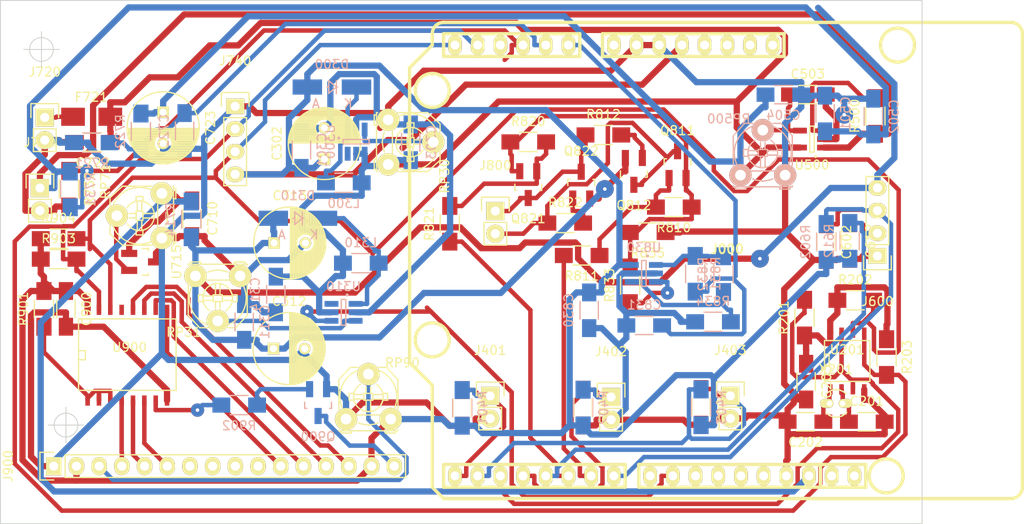
<source format=kicad_pcb>
(kicad_pcb (version 4) (host pcbnew 4.0.2-stable)
  (layers (0 F.Cu signal) (31 B.Cu signal) (34 B.Paste user) (35 F.Paste user) (36 B.SilkS user) (37 F.SilkS user) (38 B.Mask user) (39 F.Mask user) (44 Edge.Cuts user))
  (net 0 "")
  (net 1 "Net-(C201-Pad1)")
  (net 2 GND)
  (net 3 "Net-(C202-Pad1)")
  (net 4 V_rtc)
  (net 5 VCC)
  (net 6 V_bat)
  (net 7 +12V)
  (net 8 BP1)
  (net 9 BP2)
  (net 10 BP3)
  (net 11 V_sol)
  (net 12 "Net-(C503-Pad1)")
  (net 13 quadA)
  (net 14 V_ref)
  (net 15 M_bat)
  (net 16 M_imot)
  (net 17 "Net-(D300-Pad1)")
  (net 18 "Net-(D310-Pad1)")
  (net 19 "Net-(F721-Pad1)")
  (net 20 M_sol)
  (net 21 SDA)
  (net 22 SCL)
  (net 23 alarm)
  (net 24 quadB)
  (net 25 C_bkw)
  (net 26 C_frw)
  (net 27 buzz)
  (net 28 mot_A)
  (net 29 mot_B)
  (net 30 "Net-(J900-Pad3)")
  (net 31 "Net-(J900-Pad4)")
  (net 32 "Net-(J900-Pad5)")
  (net 33 "Net-(J900-Pad6)")
  (net 34 "Net-(J900-Pad11)")
  (net 35 "Net-(J900-Pad12)")
  (net 36 "Net-(J900-Pad13)")
  (net 37 "Net-(J900-Pad14)")
  (net 38 "Net-(J900-Pad16)")
  (net 39 "Net-(Q811-Pad1)")
  (net 40 "Net-(Q811-Pad2)")
  (net 41 "Net-(Q812-Pad1)")
  (net 42 "Net-(Q821-Pad1)")
  (net 43 "Net-(Q822-Pad1)")
  (net 44 "Net-(Q900-Pad1)")
  (net 45 "Net-(R500-Pad2)")
  (net 46 "Net-(R831-Pad2)")
  (net 47 "Net-(R832-Pad2)")
  (net 48 "Net-(R833-Pad1)")
  (net 49 "Net-(R901-Pad1)")
  (net 50 "Net-(R902-Pad1)")
  (net 51 "Net-(RP30-Pad2)")
  (net 52 "Net-(RP31-Pad2)")
  (net 53 "Net-(RP71-Pad2)")
  (module w_conn_misc:arduino_header (layer F.Cu) (at 180.64 120.09 180)
    (fp_text reference J000 (at 0 1.27 180) (layer F.SilkS) (effects (font (size 1.016 1.016) (thickness 0.2032))))
    (fp_text value Arduino_Header hide)
    (pad 1 thru_hole oval (at -5.08 24.13 180) (size 1.524 2.19964) (drill 1.00076) (layers *.Cu *.Mask F.SilkS))
    (pad 2 thru_hole oval (at -2.54 24.13 180) (size 1.524 2.19964) (drill 1.00076) (layers *.Cu *.Mask F.SilkS))
    (pad 3 thru_hole oval (at 0 24.13 180) (size 1.524 2.19964) (drill 1.00076) (layers *.Cu *.Mask F.SilkS))
    (pad 4 thru_hole oval (at 2.54 24.13 180) (size 1.524 2.19964) (drill 1.00076) (layers *.Cu *.Mask F.SilkS))
    (pad 5 thru_hole oval (at 5.08 24.13 180) (size 1.524 2.19964) (drill 1.00076) (layers *.Cu *.Mask F.SilkS) (net 5 VCC))
    (pad 6 thru_hole oval (at 7.62 24.13 180) (size 1.524 2.19964) (drill 1.00076) (layers *.Cu *.Mask F.SilkS) (net 2 GND))
    (pad 7 thru_hole oval (at 10.16 24.13 180) (size 1.524 2.19964) (drill 1.00076) (layers *.Cu *.Mask F.SilkS) (net 2 GND))
    (pad 8 thru_hole oval (at 12.7 24.13 180) (size 1.524 2.19964) (drill 1.00076) (layers *.Cu *.Mask F.SilkS))
    (pad 9 thru_hole oval (at 17.78 24.13 180) (size 1.524 2.19964) (drill 1.00076) (layers *.Cu *.Mask F.SilkS) (net 16 M_imot))
    (pad 10 thru_hole oval (at 20.32 24.13 180) (size 1.524 2.19964) (drill 1.00076) (layers *.Cu *.Mask F.SilkS) (net 15 M_bat))
    (pad 11 thru_hole oval (at 22.86 24.13 180) (size 1.524 2.19964) (drill 1.00076) (layers *.Cu *.Mask F.SilkS) (net 20 M_sol))
    (pad 12 thru_hole oval (at 25.4 24.13 180) (size 1.524 2.19964) (drill 1.00076) (layers *.Cu *.Mask F.SilkS))
    (pad 13 thru_hole oval (at 27.94 24.13 180) (size 1.524 2.19964) (drill 1.00076) (layers *.Cu *.Mask F.SilkS) (net 21 SDA))
    (pad 14 thru_hole oval (at 30.48 24.13 180) (size 1.524 2.19964) (drill 1.00076) (layers *.Cu *.Mask F.SilkS) (net 22 SCL))
    (pad "" np_thru_hole circle (at -19.05 24.13 180) (size 3.19786 3.19786) (drill 3.19786) (layers *.Cu *.Mask F.SilkS))
    (pad "" np_thru_hole circle (at 33.02 19.05 180) (size 3.19786 3.19786) (drill 3.19786) (layers *.Cu *.Mask F.SilkS))
    (pad 15 thru_hole oval (at 30.48 -24.13 180) (size 1.524 2.1971) (drill 0.99822) (layers *.Cu *.Mask F.SilkS) (net 8 BP1))
    (pad 16 thru_hole oval (at 27.94 -24.13 180) (size 1.524 2.1971) (drill 0.99822) (layers *.Cu *.Mask F.SilkS) (net 10 BP3))
    (pad 17 thru_hole oval (at 25.4 -24.13 180) (size 1.524 2.1971) (drill 0.99822) (layers *.Cu *.Mask F.SilkS) (net 23 alarm))
    (pad 18 thru_hole oval (at 22.86 -24.13 180) (size 1.524 2.1971) (drill 0.99822) (layers *.Cu *.Mask F.SilkS) (net 9 BP2))
    (pad 19 thru_hole oval (at 20.32 -24.13 180) (size 1.524 2.1971) (drill 0.99822) (layers *.Cu *.Mask F.SilkS) (net 24 quadB))
    (pad 20 thru_hole oval (at 17.78 -24.13 180) (size 1.524 2.1971) (drill 0.99822) (layers *.Cu *.Mask F.SilkS) (net 25 C_bkw))
    (pad 21 thru_hole oval (at 15.24 -24.13 180) (size 1.524 2.1971) (drill 0.99822) (layers *.Cu *.Mask F.SilkS) (net 26 C_frw))
    (pad 22 thru_hole oval (at 12.7 -24.13 180) (size 1.524 2.1971) (drill 0.99822) (layers *.Cu *.Mask F.SilkS) (net 13 quadA))
    (pad 23 thru_hole oval (at 8.636 -24.13 180) (size 1.524 2.1971) (drill 0.99822) (layers *.Cu *.Mask F.SilkS))
    (pad 24 thru_hole oval (at 6.096 -24.13 180) (size 1.524 2.1971) (drill 0.99822) (layers *.Cu *.Mask F.SilkS) (net 27 buzz))
    (pad 25 thru_hole oval (at 3.556 -24.13 180) (size 1.524 2.1971) (drill 0.99822) (layers *.Cu *.Mask F.SilkS))
    (pad 26 thru_hole oval (at 1.016 -24.13 180) (size 1.524 2.1971) (drill 0.99822) (layers *.Cu *.Mask F.SilkS))
    (pad 27 thru_hole oval (at -1.524 -24.13 180) (size 1.524 2.1971) (drill 0.99822) (layers *.Cu *.Mask F.SilkS))
    (pad 28 thru_hole oval (at -4.064 -24.13 180) (size 1.524 2.1971) (drill 0.99822) (layers *.Cu *.Mask F.SilkS))
    (pad 29 thru_hole oval (at -6.604 -24.13 180) (size 1.524 2.1971) (drill 0.99822) (layers *.Cu *.Mask F.SilkS) (net 2 GND))
    (pad 30 thru_hole oval (at -9.14146 -24.13 180) (size 1.524 2.1971) (drill 0.99822) (layers *.Cu *.Mask F.SilkS) (net 14 V_ref))
    (pad "" np_thru_hole circle (at -17.78 -24.13 180) (size 3.19786 3.19786) (drill 3.19786) (layers *.Cu *.Mask F.SilkS))
    (pad 31 thru_hole oval (at -11.684 -24.13 180) (size 1.524 2.1971) (drill 0.99822) (layers *.Cu *.Mask F.SilkS))
    (pad 32 thru_hole oval (at -14.224 -24.13 180) (size 1.524 2.1971) (drill 0.99822) (layers *.Cu *.Mask F.SilkS))
    (pad "" np_thru_hole circle (at 33.02 -8.89 180) (size 3.19786 3.19786) (drill 3.19786) (layers *.Cu *.Mask F.SilkS))
  )
  (module Capacitors_SMD:C_1206_HandSoldering (layer F.Cu) (at 196.25 138.15)
    (fp_text reference C201 (at 0 -2.3) (layer F.SilkS))
    (fp_text value 10p)
    (pad 1 smd rect (at -2 0) (size 2 1.6) (layers F.Cu F.Paste F.Mask) (net 1 "Net-(C201-Pad1)"))
    (pad 2 smd rect (at 2 0) (size 2 1.6) (layers F.Cu F.Paste F.Mask) (net 2 GND))
  )
  (module Capacitors_SMD:C_1206_HandSoldering (layer F.Cu) (at 189.39 138.15 180)
    (fp_text reference C202 (at 0 -2.3 180) (layer F.SilkS))
    (fp_text value 10p)
    (pad 1 smd rect (at -2 0 180) (size 2 1.6) (layers F.Cu F.Paste F.Mask) (net 3 "Net-(C202-Pad1)"))
    (pad 2 smd rect (at 2 0 180) (size 2 1.6) (layers F.Cu F.Paste F.Mask) (net 2 GND))
  )
  (module Capacitors_SMD:C_1206_HandSoldering (layer F.Cu) (at 189.46 133.66 270)
    (fp_text reference C203 (at 0 -2.3 270) (layer F.SilkS))
    (fp_text value 10n)
    (pad 1 smd rect (at -2 0 270) (size 2 1.6) (layers F.Cu F.Paste F.Mask) (net 4 V_rtc))
    (pad 2 smd rect (at 2 0 270) (size 2 1.6) (layers F.Cu F.Paste F.Mask) (net 2 GND))
  )
  (module Capacitors_SMD:C_1206_HandSoldering (layer B.Cu) (at 132.98 107.72 90)
    (fp_text reference C301 (at 0 2.3 90) (layer B.SilkS) (effects (justify mirror)))
    (fp_text value 10uF)
    (pad 1 smd rect (at -2 0 90) (size 2 1.6) (layers B.Cu B.Paste B.Mask) (net 5 VCC))
    (pad 2 smd rect (at 2 0 90) (size 2 1.6) (layers B.Cu B.Paste B.Mask) (net 2 GND))
  )
  (module Capacitors_ThroughHole:C_Radial_D8_L11.5_P3.5 (layer F.Cu) (at 135.54 108.74 90)
    (fp_text reference C302 (at 1.75 -5.3 90) (layer F.SilkS))
    (fp_text value 470uF)
    (pad 2 thru_hole circle (at 3.5 0 90) (size 1.3 1.3) (drill 0.8) (layers *.Cu *.Mask F.SilkS) (net 2 GND))
    (pad 1 thru_hole rect (at 0 0 90) (size 1.3 1.3) (drill 0.8) (layers *.Cu *.Mask F.SilkS) (net 5 VCC))
  )
  (module Capacitors_SMD:C_1206_HandSoldering (layer B.Cu) (at 145.21 106.85 90)
    (fp_text reference C303 (at 0 2.3 90) (layer B.SilkS) (effects (justify mirror)))
    (fp_text value 10uF)
    (pad 1 smd rect (at -2 0 90) (size 2 1.6) (layers B.Cu B.Paste B.Mask) (net 6 V_bat))
    (pad 2 smd rect (at 2 0 90) (size 2 1.6) (layers B.Cu B.Paste B.Mask) (net 2 GND))
  )
  (module Capacitors_SMD:C_1206_HandSoldering (layer B.Cu) (at 126.57 126.98 90)
    (fp_text reference C311 (at 0 2.3 90) (layer B.SilkS) (effects (justify mirror)))
    (fp_text value 10uF)
    (pad 1 smd rect (at -2 0 90) (size 2 1.6) (layers B.Cu B.Paste B.Mask) (net 7 +12V))
    (pad 2 smd rect (at 2 0 90) (size 2 1.6) (layers B.Cu B.Paste B.Mask) (net 2 GND))
  )
  (module Capacitors_ThroughHole:C_Radial_D8_L11.5_P3.5 (layer F.Cu) (at 129.84 129.96)
    (fp_text reference C312 (at 1.75 -5.3) (layer F.SilkS))
    (fp_text value 470uF)
    (pad 2 thru_hole circle (at 3.5 0) (size 1.3 1.3) (drill 0.8) (layers *.Cu *.Mask F.SilkS) (net 2 GND))
    (pad 1 thru_hole rect (at 0 0) (size 1.3 1.3) (drill 0.8) (layers *.Cu *.Mask F.SilkS) (net 7 +12V))
  )
  (module Capacitors_ThroughHole:C_Radial_D8_L11.5_P3.5 (layer F.Cu) (at 129.92 118.13)
    (fp_text reference C313 (at 1.75 -5.3) (layer F.SilkS))
    (fp_text value 470uF)
    (pad 2 thru_hole circle (at 3.5 0) (size 1.3 1.3) (drill 0.8) (layers *.Cu *.Mask F.SilkS) (net 2 GND))
    (pad 1 thru_hole rect (at 0 0) (size 1.3 1.3) (drill 0.8) (layers *.Cu *.Mask F.SilkS) (net 7 +12V))
  )
  (module Capacitors_SMD:C_1206_HandSoldering (layer B.Cu) (at 130.11 123.9 270)
    (fp_text reference C314 (at 0 2.3 270) (layer B.SilkS) (effects (justify mirror)))
    (fp_text value 10uF)
    (pad 1 smd rect (at -2 0 270) (size 2 1.6) (layers B.Cu B.Paste B.Mask) (net 6 V_bat))
    (pad 2 smd rect (at 2 0 270) (size 2 1.6) (layers B.Cu B.Paste B.Mask) (net 2 GND))
  )
  (module Capacitors_SMD:C_1206_HandSoldering (layer F.Cu) (at 150.97 136.6 270)
    (fp_text reference C401 (at 0 -2.3 270) (layer F.SilkS))
    (fp_text value 10n)
    (pad 1 smd rect (at -2 0 270) (size 2 1.6) (layers F.Cu F.Paste F.Mask) (net 8 BP1))
    (pad 2 smd rect (at 2 0 270) (size 2 1.6) (layers F.Cu F.Paste F.Mask) (net 2 GND))
  )
  (module Capacitors_SMD:C_1206_HandSoldering (layer F.Cu) (at 164.5 136.57 270)
    (fp_text reference C402 (at 0 -2.3 270) (layer F.SilkS))
    (fp_text value 10n)
    (pad 1 smd rect (at -2 0 270) (size 2 1.6) (layers F.Cu F.Paste F.Mask) (net 9 BP2))
    (pad 2 smd rect (at 2 0 270) (size 2 1.6) (layers F.Cu F.Paste F.Mask) (net 2 GND))
  )
  (module Capacitors_SMD:C_1206_HandSoldering (layer F.Cu) (at 177.7 136.49 270)
    (fp_text reference C403 (at 0 -2.3 270) (layer F.SilkS))
    (fp_text value 10n)
    (pad 1 smd rect (at -2 0 270) (size 2 1.6) (layers F.Cu F.Paste F.Mask) (net 10 BP3))
    (pad 2 smd rect (at 2 0 270) (size 2 1.6) (layers F.Cu F.Paste F.Mask) (net 2 GND))
  )
  (module Capacitors_SMD:C_1206_HandSoldering (layer B.Cu) (at 191.575 103.625 90)
    (fp_text reference C501 (at 0 2.3 90) (layer B.SilkS) (effects (justify mirror)))
    (fp_text value 10uF)
    (pad 1 smd rect (at -2 0 90) (size 2 1.6) (layers B.Cu B.Paste B.Mask) (net 11 V_sol))
    (pad 2 smd rect (at 2 0 90) (size 2 1.6) (layers B.Cu B.Paste B.Mask) (net 2 GND))
  )
  (module Capacitors_SMD:C_1206_HandSoldering (layer B.Cu) (at 196.98 103.97 90)
    (fp_text reference C502 (at 0 2.3 90) (layer B.SilkS) (effects (justify mirror)))
    (fp_text value 10n)
    (pad 1 smd rect (at -2 0 90) (size 2 1.6) (layers B.Cu B.Paste B.Mask) (net 11 V_sol))
    (pad 2 smd rect (at 2 0 90) (size 2 1.6) (layers B.Cu B.Paste B.Mask) (net 2 GND))
  )
  (module Capacitors_SMD:C_1206_HandSoldering (layer F.Cu) (at 189.655 101.505)
    (fp_text reference C503 (at 0 -2.3) (layer F.SilkS))
    (fp_text value 10n)
    (pad 1 smd rect (at -2 0) (size 2 1.6) (layers F.Cu F.Paste F.Mask) (net 12 "Net-(C503-Pad1)"))
    (pad 2 smd rect (at 2 0) (size 2 1.6) (layers F.Cu F.Paste F.Mask) (net 2 GND))
  )
  (module Capacitors_SMD:C_1206_HandSoldering (layer B.Cu) (at 186.915 101.515)
    (fp_text reference C504 (at 0 2.3) (layer B.SilkS) (effects (justify mirror)))
    (fp_text value 10uF)
    (pad 1 smd rect (at -2 0) (size 2 1.6) (layers B.Cu B.Paste B.Mask) (net 6 V_bat))
    (pad 2 smd rect (at 2 0) (size 2 1.6) (layers B.Cu B.Paste B.Mask) (net 2 GND))
  )
  (module Capacitors_SMD:C_1206_HandSoldering (layer F.Cu) (at 191.69 118.03 270)
    (fp_text reference C602 (at 0 -2.3 270) (layer F.SilkS))
    (fp_text value 100nF)
    (pad 1 smd rect (at -2 0 270) (size 2 1.6) (layers F.Cu F.Paste F.Mask) (net 13 quadA))
    (pad 2 smd rect (at 2 0 270) (size 2 1.6) (layers F.Cu F.Paste F.Mask) (net 2 GND))
  )
  (module Capacitors_SMD:C_1206_HandSoldering (layer F.Cu) (at 194.38 117.91 270)
    (fp_text reference C612 (at 0 -2.3 270) (layer F.SilkS))
    (fp_text value 100nF)
    (pad 1 smd rect (at -2 0 270) (size 2 1.6) (layers F.Cu F.Paste F.Mask) (net 24 quadB))
    (pad 2 smd rect (at 2 0 270) (size 2 1.6) (layers F.Cu F.Paste F.Mask) (net 2 GND))
  )
  (module Capacitors_SMD:C_1206_HandSoldering (layer F.Cu) (at 120.735 115.365 270)
    (fp_text reference C710 (at 0 -2.3 270) (layer F.SilkS))
    (fp_text value 10n)
    (pad 1 smd rect (at -2 0 270) (size 2 1.6) (layers F.Cu F.Paste F.Mask) (net 14 V_ref))
    (pad 2 smd rect (at 2 0 270) (size 2 1.6) (layers F.Cu F.Paste F.Mask) (net 2 GND))
  )
  (module Capacitors_SMD:C_1206_HandSoldering (layer B.Cu) (at 119.9 105.58 270)
    (fp_text reference C721 (at 0 2.3 270) (layer B.SilkS) (effects (justify mirror)))
    (fp_text value 10n)
    (pad 1 smd rect (at -2 0 270) (size 2 1.6) (layers B.Cu B.Paste B.Mask) (net 15 M_bat))
    (pad 2 smd rect (at 2 0 270) (size 2 1.6) (layers B.Cu B.Paste B.Mask) (net 2 GND))
  )
  (module Capacitors_SMD:C_1206_HandSoldering (layer F.Cu) (at 109.62 106.83 180)
    (fp_text reference C722 (at 0 -2.3 180) (layer F.SilkS))
    (fp_text value 10uF)
    (pad 1 smd rect (at -2 0 180) (size 2 1.6) (layers F.Cu F.Paste F.Mask) (net 6 V_bat))
    (pad 2 smd rect (at 2 0 180) (size 2 1.6) (layers F.Cu F.Paste F.Mask) (net 2 GND))
  )
  (module Capacitors_ThroughHole:C_Radial_D8_L11.5_P3.5 (layer F.Cu) (at 117.5 103.48 270)
    (fp_text reference C723 (at 1.75 -5.3 270) (layer F.SilkS))
    (fp_text value 470uF)
    (pad 2 thru_hole circle (at 3.5 0 270) (size 1.3 1.3) (drill 0.8) (layers *.Cu *.Mask F.SilkS) (net 2 GND))
    (pad 1 thru_hole rect (at 0 0 270) (size 1.3 1.3) (drill 0.8) (layers *.Cu *.Mask F.SilkS) (net 6 V_bat))
  )
  (module Capacitors_SMD:C_1206_HandSoldering (layer B.Cu) (at 165.18 125.67 270)
    (fp_text reference C830 (at 0 2.3 270) (layer B.SilkS) (effects (justify mirror)))
    (fp_text value 100n)
    (pad 1 smd rect (at -2 0 270) (size 2 1.6) (layers B.Cu B.Paste B.Mask) (net 5 VCC))
    (pad 2 smd rect (at 2 0 270) (size 2 1.6) (layers B.Cu B.Paste B.Mask) (net 2 GND))
  )
  (module Capacitors_SMD:C_1206_HandSoldering (layer B.Cu) (at 171.34 127.37 180)
    (fp_text reference C831 (at 0 2.3 180) (layer B.SilkS) (effects (justify mirror)))
    (fp_text value 100n)
    (pad 1 smd rect (at -2 0 180) (size 2 1.6) (layers B.Cu B.Paste B.Mask) (net 16 M_imot))
    (pad 2 smd rect (at 2 0 180) (size 2 1.6) (layers B.Cu B.Paste B.Mask) (net 2 GND))
  )
  (module Capacitors_SMD:C_1206_HandSoldering (layer F.Cu) (at 106.62 125.51 270)
    (fp_text reference C900 (at 0 -2.3 270) (layer F.SilkS))
    (fp_text value 100nF)
    (pad 1 smd rect (at -2 0 270) (size 2 1.6) (layers F.Cu F.Paste F.Mask) (net 5 VCC))
    (pad 2 smd rect (at 2 0 270) (size 2 1.6) (layers F.Cu F.Paste F.Mask) (net 2 GND))
  )
  (module Diodes_SMD:MiniMELF_Handsoldering (layer B.Cu) (at 136.388 100.662 180)
    (fp_text reference D300 (at 0 2.54 180) (layer B.SilkS) (effects (justify mirror)))
    (fp_text value SCHOTTKY)
    (fp_text user K (at -1.8 -1.85 180) (layer B.SilkS) (effects (justify mirror)))
    (fp_text user A (at 1.8 -1.85 180) (layer B.SilkS) (effects (justify mirror)))
    (pad 1 smd rect (at -2.75082 0 180) (size 3.29946 1.69926) (layers B.Cu B.Paste B.Mask) (net 17 "Net-(D300-Pad1)"))
    (pad 2 smd rect (at 2.75082 0 180) (size 3.29946 1.69926) (layers B.Cu B.Paste B.Mask) (net 5 VCC))
  )
  (module Diodes_SMD:MiniMELF_Handsoldering (layer B.Cu) (at 132.58 115.36 180)
    (fp_text reference D310 (at 0 2.54 180) (layer B.SilkS) (effects (justify mirror)))
    (fp_text value SCHOTTKY)
    (fp_text user K (at -1.8 -1.85 180) (layer B.SilkS) (effects (justify mirror)))
    (fp_text user A (at 1.8 -1.85 180) (layer B.SilkS) (effects (justify mirror)))
    (pad 1 smd rect (at -2.75082 0 180) (size 3.29946 1.69926) (layers B.Cu B.Paste B.Mask) (net 18 "Net-(D310-Pad1)"))
    (pad 2 smd rect (at 2.75082 0 180) (size 3.29946 1.69926) (layers B.Cu B.Paste B.Mask) (net 7 +12V))
  )
  (module Fuse_Holders_and_Fuses:Fuse_SMD1206_HandSoldering (layer F.Cu) (at 109.5 103.99)
    (fp_text reference F721 (at -0.0508 -2.19964) (layer F.SilkS))
    (fp_text value 5A)
    (pad 1 smd rect (at -2.08534 0 90) (size 2.02946 2.65176) (layers F.Cu F.Paste F.Mask) (net 19 "Net-(F721-Pad1)"))
    (pad 2 smd rect (at 2.08534 0 90) (size 2.02946 2.65176) (layers F.Cu F.Paste F.Mask) (net 6 V_bat))
  )
  (module Pin_Headers:Pin_Header_Straight_1x02 (layer F.Cu) (at 154.1 135.26)
    (fp_text reference J401 (at 0 -5.1) (layer F.SilkS))
    (fp_text value HEADER_2)
    (pad 1 thru_hole rect (at 0 0) (size 2.032 2.032) (drill 1.016) (layers *.Cu *.Mask F.SilkS) (net 8 BP1))
    (pad 2 thru_hole oval (at 0 2.54) (size 2.032 2.032) (drill 1.016) (layers *.Cu *.Mask F.SilkS) (net 2 GND))
  )
  (module Pin_Headers:Pin_Header_Straight_1x02 (layer F.Cu) (at 167.63 135.39)
    (fp_text reference J402 (at 0 -5.1) (layer F.SilkS))
    (fp_text value HEADER_2)
    (pad 1 thru_hole rect (at 0 0) (size 2.032 2.032) (drill 1.016) (layers *.Cu *.Mask F.SilkS) (net 9 BP2))
    (pad 2 thru_hole oval (at 0 2.54) (size 2.032 2.032) (drill 1.016) (layers *.Cu *.Mask F.SilkS) (net 2 GND))
  )
  (module Pin_Headers:Pin_Header_Straight_1x02 (layer F.Cu) (at 180.98 135.25)
    (fp_text reference J403 (at 0 -5.1) (layer F.SilkS))
    (fp_text value HEADER_2)
    (pad 1 thru_hole rect (at 0 0) (size 2.032 2.032) (drill 1.016) (layers *.Cu *.Mask F.SilkS) (net 10 BP3))
    (pad 2 thru_hole oval (at 0 2.54) (size 2.032 2.032) (drill 1.016) (layers *.Cu *.Mask F.SilkS) (net 2 GND))
  )
  (module Pin_Headers:Pin_Header_Straight_1x04 (layer F.Cu) (at 197.44 119.58 180)
    (fp_text reference J600 (at 0 -5.1 180) (layer F.SilkS))
    (fp_text value HEADER_4)
    (pad 1 thru_hole rect (at 0 0 180) (size 2.032 1.7272) (drill 1.016) (layers *.Cu *.Mask F.SilkS) (net 2 GND))
    (pad 2 thru_hole oval (at 0 2.54 180) (size 2.032 1.7272) (drill 1.016) (layers *.Cu *.Mask F.SilkS) (net 24 quadB))
    (pad 3 thru_hole oval (at 0 5.08 180) (size 2.032 1.7272) (drill 1.016) (layers *.Cu *.Mask F.SilkS) (net 13 quadA))
    (pad 4 thru_hole oval (at 0 7.62 180) (size 2.032 1.7272) (drill 1.016) (layers *.Cu *.Mask F.SilkS) (net 7 +12V))
  )
  (module Pin_Headers:Pin_Header_Straight_1x02 (layer F.Cu) (at 104.25 104.07)
    (fp_text reference J720 (at 0 -5.1) (layer F.SilkS))
    (fp_text value HEADER_2)
    (pad 1 thru_hole rect (at 0 0) (size 2.032 2.032) (drill 1.016) (layers *.Cu *.Mask F.SilkS) (net 19 "Net-(F721-Pad1)"))
    (pad 2 thru_hole oval (at 0 2.54) (size 2.032 2.032) (drill 1.016) (layers *.Cu *.Mask F.SilkS) (net 2 GND))
  )
  (module Pin_Headers:Pin_Header_Straight_1x02 (layer F.Cu) (at 103.71 111.97)
    (fp_text reference J730 (at 0 -5.1) (layer F.SilkS))
    (fp_text value HEADER_2)
    (pad 1 thru_hole rect (at 0 0) (size 2.032 2.032) (drill 1.016) (layers *.Cu *.Mask F.SilkS) (net 11 V_sol))
    (pad 2 thru_hole oval (at 0 2.54) (size 2.032 2.032) (drill 1.016) (layers *.Cu *.Mask F.SilkS) (net 2 GND))
  )
  (module Pin_Headers:Pin_Header_Straight_1x04 (layer F.Cu) (at 125.56 102.82)
    (fp_text reference J740 (at 0 -5.1) (layer F.SilkS))
    (fp_text value HEADER_4)
    (pad 1 thru_hole rect (at 0 0) (size 2.032 1.7272) (drill 1.016) (layers *.Cu *.Mask F.SilkS) (net 2 GND))
    (pad 2 thru_hole oval (at 0 2.54) (size 2.032 1.7272) (drill 1.016) (layers *.Cu *.Mask F.SilkS) (net 21 SDA))
    (pad 3 thru_hole oval (at 0 5.08) (size 2.032 1.7272) (drill 1.016) (layers *.Cu *.Mask F.SilkS) (net 22 SCL))
    (pad 4 thru_hole oval (at 0 7.62) (size 2.032 1.7272) (drill 1.016) (layers *.Cu *.Mask F.SilkS) (net 5 VCC))
  )
  (module Pin_Headers:Pin_Header_Straight_1x02 (layer F.Cu) (at 154.68 114.55)
    (fp_text reference J800 (at 0 -5.1) (layer F.SilkS))
    (fp_text value HEADER_2)
    (pad 1 thru_hole rect (at 0 0) (size 2.032 2.032) (drill 1.016) (layers *.Cu *.Mask F.SilkS) (net 28 mot_A))
    (pad 2 thru_hole oval (at 0 2.54) (size 2.032 2.032) (drill 1.016) (layers *.Cu *.Mask F.SilkS) (net 29 mot_B))
  )
  (module Pin_Headers:Pin_Header_Straight_1x16 (layer F.Cu) (at 105.26 143.13 90)
    (fp_text reference J900 (at 0 -5.1 90) (layer F.SilkS))
    (fp_text value HEADER_16)
    (pad 1 thru_hole rect (at 0 0 90) (size 2.032 1.7272) (drill 1.016) (layers *.Cu *.Mask F.SilkS) (net 2 GND))
    (pad 2 thru_hole oval (at 0 2.54 90) (size 2.032 1.7272) (drill 1.016) (layers *.Cu *.Mask F.SilkS) (net 5 VCC))
    (pad 3 thru_hole oval (at 0 5.08 90) (size 2.032 1.7272) (drill 1.016) (layers *.Cu *.Mask F.SilkS) (net 30 "Net-(J900-Pad3)"))
    (pad 4 thru_hole oval (at 0 7.62 90) (size 2.032 1.7272) (drill 1.016) (layers *.Cu *.Mask F.SilkS) (net 31 "Net-(J900-Pad4)"))
    (pad 5 thru_hole oval (at 0 10.16 90) (size 2.032 1.7272) (drill 1.016) (layers *.Cu *.Mask F.SilkS) (net 32 "Net-(J900-Pad5)"))
    (pad 6 thru_hole oval (at 0 12.7 90) (size 2.032 1.7272) (drill 1.016) (layers *.Cu *.Mask F.SilkS) (net 33 "Net-(J900-Pad6)"))
    (pad 7 thru_hole oval (at 0 15.24 90) (size 2.032 1.7272) (drill 1.016) (layers *.Cu *.Mask F.SilkS))
    (pad 8 thru_hole oval (at 0 17.78 90) (size 2.032 1.7272) (drill 1.016) (layers *.Cu *.Mask F.SilkS))
    (pad 9 thru_hole oval (at 0 20.32 90) (size 2.032 1.7272) (drill 1.016) (layers *.Cu *.Mask F.SilkS))
    (pad 10 thru_hole oval (at 0 22.86 90) (size 2.032 1.7272) (drill 1.016) (layers *.Cu *.Mask F.SilkS))
    (pad 11 thru_hole oval (at 0 25.4 90) (size 2.032 1.7272) (drill 1.016) (layers *.Cu *.Mask F.SilkS) (net 34 "Net-(J900-Pad11)"))
    (pad 12 thru_hole oval (at 0 27.94 90) (size 2.032 1.7272) (drill 1.016) (layers *.Cu *.Mask F.SilkS) (net 35 "Net-(J900-Pad12)"))
    (pad 13 thru_hole oval (at 0 30.48 90) (size 2.032 1.7272) (drill 1.016) (layers *.Cu *.Mask F.SilkS) (net 36 "Net-(J900-Pad13)"))
    (pad 14 thru_hole oval (at 0 33.02 90) (size 2.032 1.7272) (drill 1.016) (layers *.Cu *.Mask F.SilkS) (net 37 "Net-(J900-Pad14)"))
    (pad 15 thru_hole oval (at 0 35.56 90) (size 2.032 1.7272) (drill 1.016) (layers *.Cu *.Mask F.SilkS) (net 5 VCC))
    (pad 16 thru_hole oval (at 0 38.1 90) (size 2.032 1.7272) (drill 1.016) (layers *.Cu *.Mask F.SilkS) (net 38 "Net-(J900-Pad16)"))
  )
  (module Resistors_SMD:R_1206_HandSoldering (layer B.Cu) (at 137.72 111.39)
    (fp_text reference L300 (at 0 2.3) (layer B.SilkS) (effects (justify mirror)))
    (fp_text value INDUCTOR)
    (pad 1 smd rect (at -2 0) (size 2 1.7) (layers B.Cu B.Paste B.Mask) (net 17 "Net-(D300-Pad1)"))
    (pad 2 smd rect (at 2 0) (size 2 1.7) (layers B.Cu B.Paste B.Mask) (net 6 V_bat))
  )
  (module Resistors_SMD:R_1206_HandSoldering (layer B.Cu) (at 139.62 120.39 180)
    (fp_text reference L310 (at 0 2.3 180) (layer B.SilkS) (effects (justify mirror)))
    (fp_text value INDUCTOR)
    (pad 1 smd rect (at -2 0 180) (size 2 1.7) (layers B.Cu B.Paste B.Mask) (net 18 "Net-(D310-Pad1)"))
    (pad 2 smd rect (at 2 0 180) (size 2 1.7) (layers B.Cu B.Paste B.Mask) (net 6 V_bat))
  )
  (module TO_SOT_Packages_SMD:SOT-23_Handsoldering (layer F.Cu) (at 175.07 109.35)
    (fp_text reference Q811 (at 0 -3.81) (layer F.SilkS))
    (fp_text value PBSS4320)
    (pad 1 smd rect (at -0.95 1.50114) (size 0.8001 1.80086) (layers F.Cu F.Paste F.Mask) (net 39 "Net-(Q811-Pad1)"))
    (pad 2 smd rect (at 0.95 1.50114) (size 0.8001 1.80086) (layers F.Cu F.Paste F.Mask) (net 40 "Net-(Q811-Pad2)"))
    (pad 3 smd rect (at 0 -1.50114) (size 0.8001 1.80086) (layers F.Cu F.Paste F.Mask) (net 29 mot_B))
  )
  (module TO_SOT_Packages_SMD:SOT-23_Handsoldering (layer F.Cu) (at 170.18 110.11 180)
    (fp_text reference Q812 (at 0 -3.81 180) (layer F.SilkS))
    (fp_text value PBSS5350)
    (pad 1 smd rect (at -0.95 1.50114 180) (size 0.8001 1.80086) (layers F.Cu F.Paste F.Mask) (net 41 "Net-(Q812-Pad1)"))
    (pad 2 smd rect (at 0.95 1.50114 180) (size 0.8001 1.80086) (layers F.Cu F.Paste F.Mask) (net 7 +12V))
    (pad 3 smd rect (at 0 -1.50114 180) (size 0.8001 1.80086) (layers F.Cu F.Paste F.Mask) (net 29 mot_B))
  )
  (module TO_SOT_Packages_SMD:SOT-23_Handsoldering (layer F.Cu) (at 158.36 111.59 180)
    (fp_text reference Q821 (at 0 -3.81 180) (layer F.SilkS))
    (fp_text value PBSS4320)
    (pad 1 smd rect (at -0.95 1.50114 180) (size 0.8001 1.80086) (layers F.Cu F.Paste F.Mask) (net 42 "Net-(Q821-Pad1)"))
    (pad 2 smd rect (at 0.95 1.50114 180) (size 0.8001 1.80086) (layers F.Cu F.Paste F.Mask) (net 40 "Net-(Q811-Pad2)"))
    (pad 3 smd rect (at 0 -1.50114 180) (size 0.8001 1.80086) (layers F.Cu F.Paste F.Mask) (net 28 mot_A))
  )
  (module TO_SOT_Packages_SMD:SOT-23_Handsoldering (layer F.Cu) (at 164.29 111.65)
    (fp_text reference Q822 (at 0 -3.81) (layer F.SilkS))
    (fp_text value PBSS5350)
    (pad 1 smd rect (at -0.95 1.50114) (size 0.8001 1.80086) (layers F.Cu F.Paste F.Mask) (net 43 "Net-(Q822-Pad1)"))
    (pad 2 smd rect (at 0.95 1.50114) (size 0.8001 1.80086) (layers F.Cu F.Paste F.Mask) (net 7 +12V))
    (pad 3 smd rect (at 0 -1.50114) (size 0.8001 1.80086) (layers F.Cu F.Paste F.Mask) (net 28 mot_A))
  )
  (module TO_SOT_Packages_SMD:SOT-23_Handsoldering (layer B.Cu) (at 134.84 136.01)
    (fp_text reference Q900 (at 0 3.81) (layer B.SilkS) (effects (justify mirror)))
    (fp_text value PBSS4320)
    (pad 1 smd rect (at -0.95 -1.50114) (size 0.8001 1.80086) (layers B.Cu B.Paste B.Mask) (net 44 "Net-(Q900-Pad1)"))
    (pad 2 smd rect (at 0.95 -1.50114) (size 0.8001 1.80086) (layers B.Cu B.Paste B.Mask) (net 2 GND))
    (pad 3 smd rect (at 0 1.50114) (size 0.8001 1.80086) (layers B.Cu B.Paste B.Mask) (net 38 "Net-(J900-Pad16)"))
  )
  (module Resistors_SMD:R_1206_HandSoldering (layer F.Cu) (at 189.28 126.49 90)
    (fp_text reference R201 (at 0 -2.3 90) (layer F.SilkS))
    (fp_text value 10k)
    (pad 1 smd rect (at -2 0 90) (size 2 1.7) (layers F.Cu F.Paste F.Mask) (net 4 V_rtc))
    (pad 2 smd rect (at 2 0 90) (size 2 1.7) (layers F.Cu F.Paste F.Mask) (net 23 alarm))
  )
  (module Resistors_SMD:R_1206_HandSoldering (layer F.Cu) (at 194.96 124.55)
    (fp_text reference R202 (at 0 -2.3) (layer F.SilkS))
    (fp_text value 2.2k)
    (pad 1 smd rect (at -2 0) (size 2 1.7) (layers F.Cu F.Paste F.Mask) (net 4 V_rtc))
    (pad 2 smd rect (at 2 0) (size 2 1.7) (layers F.Cu F.Paste F.Mask) (net 22 SCL))
  )
  (module Resistors_SMD:R_1206_HandSoldering (layer F.Cu) (at 198.46 130.91 270)
    (fp_text reference R203 (at 0 -2.3 270) (layer F.SilkS))
    (fp_text value 2.2k)
    (pad 1 smd rect (at -2 0 270) (size 2 1.7) (layers F.Cu F.Paste F.Mask) (net 4 V_rtc))
    (pad 2 smd rect (at 2 0 270) (size 2 1.7) (layers F.Cu F.Paste F.Mask) (net 21 SDA))
  )
  (module Resistors_SMD:R_1206_HandSoldering (layer B.Cu) (at 150.97 136.6 90)
    (fp_text reference R401 (at 0 2.3 90) (layer B.SilkS) (effects (justify mirror)))
    (fp_text value 10k)
    (pad 1 smd rect (at -2 0 90) (size 2 1.7) (layers B.Cu B.Paste B.Mask) (net 5 VCC))
    (pad 2 smd rect (at 2 0 90) (size 2 1.7) (layers B.Cu B.Paste B.Mask) (net 8 BP1))
  )
  (module Resistors_SMD:R_1206_HandSoldering (layer B.Cu) (at 164.5 136.57 90)
    (fp_text reference R402 (at 0 2.3 90) (layer B.SilkS) (effects (justify mirror)))
    (fp_text value 10k)
    (pad 1 smd rect (at -2 0 90) (size 2 1.7) (layers B.Cu B.Paste B.Mask) (net 5 VCC))
    (pad 2 smd rect (at 2 0 90) (size 2 1.7) (layers B.Cu B.Paste B.Mask) (net 9 BP2))
  )
  (module Resistors_SMD:R_1206_HandSoldering (layer B.Cu) (at 177.7 136.54 90)
    (fp_text reference R403 (at 0 2.3 90) (layer B.SilkS) (effects (justify mirror)))
    (fp_text value 10k)
    (pad 1 smd rect (at -2 0 90) (size 2 1.7) (layers B.Cu B.Paste B.Mask) (net 5 VCC))
    (pad 2 smd rect (at 2 0 90) (size 2 1.7) (layers B.Cu B.Paste B.Mask) (net 10 BP3))
  )
  (module Resistors_SMD:R_1206_HandSoldering (layer F.Cu) (at 197.21 103.9 90)
    (fp_text reference R500 (at 0 -2.3 90) (layer F.SilkS))
    (fp_text value 10k)
    (pad 1 smd rect (at -2 0 90) (size 2 1.7) (layers F.Cu F.Paste F.Mask) (net 11 V_sol))
    (pad 2 smd rect (at 2 0 90) (size 2 1.7) (layers F.Cu F.Paste F.Mask) (net 45 "Net-(R500-Pad2)"))
  )
  (module Resistors_SMD:R_1206_HandSoldering (layer B.Cu) (at 191.71 118 270)
    (fp_text reference R602 (at 0 2.3 270) (layer B.SilkS) (effects (justify mirror)))
    (fp_text value 4k7)
    (pad 1 smd rect (at -2 0 270) (size 2 1.7) (layers B.Cu B.Paste B.Mask) (net 13 quadA))
    (pad 2 smd rect (at 2 0 270) (size 2 1.7) (layers B.Cu B.Paste B.Mask) (net 5 VCC))
  )
  (module Resistors_SMD:R_1206_HandSoldering (layer B.Cu) (at 194.34 117.89 270)
    (fp_text reference R612 (at 0 2.3 270) (layer B.SilkS) (effects (justify mirror)))
    (fp_text value 4k7)
    (pad 1 smd rect (at -2 0 270) (size 2 1.7) (layers B.Cu B.Paste B.Mask) (net 24 quadB))
    (pad 2 smd rect (at 2 0 270) (size 2 1.7) (layers B.Cu B.Paste B.Mask) (net 5 VCC))
  )
  (module Resistors_SMD:R_1206_HandSoldering (layer B.Cu) (at 120.645 115.485 270)
    (fp_text reference R714 (at 0 2.3 270) (layer B.SilkS) (effects (justify mirror)))
    (fp_text value 10k)
    (pad 1 smd rect (at -2 0 270) (size 2 1.7) (layers B.Cu B.Paste B.Mask) (net 14 V_ref))
    (pad 2 smd rect (at 2 0 270) (size 2 1.7) (layers B.Cu B.Paste B.Mask) (net 7 +12V))
  )
  (module Resistors_SMD:R_1206_HandSoldering (layer B.Cu) (at 109.51 106.89)
    (fp_text reference R721 (at 0 2.3) (layer B.SilkS) (effects (justify mirror)))
    (fp_text value 10k)
    (pad 1 smd rect (at -2 0) (size 2 1.7) (layers B.Cu B.Paste B.Mask) (net 2 GND))
    (pad 2 smd rect (at 2 0) (size 2 1.7) (layers B.Cu B.Paste B.Mask) (net 15 M_bat))
  )
  (module Resistors_SMD:R_1206_HandSoldering (layer B.Cu) (at 115.01 105.63 270)
    (fp_text reference R722 (at 0 2.3 270) (layer B.SilkS) (effects (justify mirror)))
    (fp_text value 10k)
    (pad 1 smd rect (at -2 0 270) (size 2 1.7) (layers B.Cu B.Paste B.Mask) (net 6 V_bat))
    (pad 2 smd rect (at 2 0 270) (size 2 1.7) (layers B.Cu B.Paste B.Mask) (net 15 M_bat))
  )
  (module Resistors_SMD:R_1206_HandSoldering (layer B.Cu) (at 107.1 112.13 90)
    (fp_text reference R731 (at 0 2.3 90) (layer B.SilkS) (effects (justify mirror)))
    (fp_text value 10k)
    (pad 1 smd rect (at -2 0 90) (size 2 1.7) (layers B.Cu B.Paste B.Mask) (net 20 M_sol))
    (pad 2 smd rect (at 2 0 90) (size 2 1.7) (layers B.Cu B.Paste B.Mask) (net 11 V_sol))
  )
  (module Resistors_SMD:R_1206_HandSoldering (layer F.Cu) (at 106.95 112.05 270)
    (fp_text reference R732 (at 0 -2.3 270) (layer F.SilkS))
    (fp_text value 10k)
    (pad 1 smd rect (at -2 0 270) (size 2 1.7) (layers F.Cu F.Paste F.Mask) (net 20 M_sol))
    (pad 2 smd rect (at 2 0 270) (size 2 1.7) (layers F.Cu F.Paste F.Mask) (net 2 GND))
  )
  (module Resistors_SMD:R_1206_HandSoldering (layer F.Cu) (at 174.65 114.11 180)
    (fp_text reference R810 (at 0 -2.3 180) (layer F.SilkS))
    (fp_text value 3k3)
    (pad 1 smd rect (at -2 0 180) (size 2 1.7) (layers F.Cu F.Paste F.Mask) (net 40 "Net-(Q811-Pad2)"))
    (pad 2 smd rect (at 2 0 180) (size 2 1.7) (layers F.Cu F.Paste F.Mask) (net 39 "Net-(Q811-Pad1)"))
  )
  (module Resistors_SMD:R_1206_HandSoldering (layer F.Cu) (at 164.34 119.53 180)
    (fp_text reference R811 (at 0 -2.3 180) (layer F.SilkS))
    (fp_text value 330)
    (pad 1 smd rect (at -2 0 180) (size 2 1.7) (layers F.Cu F.Paste F.Mask) (net 39 "Net-(Q811-Pad1)"))
    (pad 2 smd rect (at 2 0 180) (size 2 1.7) (layers F.Cu F.Paste F.Mask) (net 26 C_frw))
  )
  (module Resistors_SMD:R_1206_HandSoldering (layer F.Cu) (at 166.77 106.03)
    (fp_text reference R812 (at 0 -2.3) (layer F.SilkS))
    (fp_text value 330)
    (pad 1 smd rect (at -2 0) (size 2 1.7) (layers F.Cu F.Paste F.Mask) (net 28 mot_A))
    (pad 2 smd rect (at 2 0) (size 2 1.7) (layers F.Cu F.Paste F.Mask) (net 41 "Net-(Q812-Pad1)"))
  )
  (module Resistors_SMD:R_1206_HandSoldering (layer F.Cu) (at 158.36 106.81)
    (fp_text reference R820 (at 0 -2.3) (layer F.SilkS))
    (fp_text value 3k3)
    (pad 1 smd rect (at -2 0) (size 2 1.7) (layers F.Cu F.Paste F.Mask) (net 40 "Net-(Q811-Pad2)"))
    (pad 2 smd rect (at 2 0) (size 2 1.7) (layers F.Cu F.Paste F.Mask) (net 42 "Net-(Q821-Pad1)"))
  )
  (module Resistors_SMD:R_1206_HandSoldering (layer F.Cu) (at 149.58 115.98 90)
    (fp_text reference R821 (at 0 -2.3 90) (layer F.SilkS))
    (fp_text value 330)
    (pad 1 smd rect (at -2 0 90) (size 2 1.7) (layers F.Cu F.Paste F.Mask) (net 25 C_bkw))
    (pad 2 smd rect (at 2 0 90) (size 2 1.7) (layers F.Cu F.Paste F.Mask) (net 42 "Net-(Q821-Pad1)"))
  )
  (module Resistors_SMD:R_1206_HandSoldering (layer F.Cu) (at 162.5 115.9)
    (fp_text reference R822 (at 0 -2.3) (layer F.SilkS))
    (fp_text value 330)
    (pad 1 smd rect (at -2 0) (size 2 1.7) (layers F.Cu F.Paste F.Mask) (net 29 mot_B))
    (pad 2 smd rect (at 2 0) (size 2 1.7) (layers F.Cu F.Paste F.Mask) (net 43 "Net-(Q822-Pad1)"))
  )
  (module Resistors_SMD:R_1206_HandSoldering (layer B.Cu) (at 177.05 121.58 90)
    (fp_text reference R831 (at 0 2.3 90) (layer B.SilkS) (effects (justify mirror)))
    (fp_text value 1k)
    (pad 1 smd rect (at -2 0 90) (size 2 1.7) (layers B.Cu B.Paste B.Mask) (net 16 M_imot))
    (pad 2 smd rect (at 2 0 90) (size 2 1.7) (layers B.Cu B.Paste B.Mask) (net 46 "Net-(R831-Pad2)"))
  )
  (module Resistors_SMD:R_1206_HandSoldering (layer B.Cu) (at 180.21 121.62 270)
    (fp_text reference R832 (at 0 2.3 270) (layer B.SilkS) (effects (justify mirror)))
    (fp_text value 10k)
    (pad 1 smd rect (at -2 0 270) (size 2 1.7) (layers B.Cu B.Paste B.Mask) (net 46 "Net-(R831-Pad2)"))
    (pad 2 smd rect (at 2 0 270) (size 2 1.7) (layers B.Cu B.Paste B.Mask) (net 47 "Net-(R832-Pad2)"))
  )
  (module Resistors_SMD:R_1206_HandSoldering (layer F.Cu) (at 169.77 122.87 90)
    (fp_text reference R833 (at 0 -2.3 90) (layer F.SilkS))
    (fp_text value 1k)
    (pad 1 smd rect (at -2 0 90) (size 2 1.7) (layers F.Cu F.Paste F.Mask) (net 48 "Net-(R833-Pad1)"))
    (pad 2 smd rect (at 2 0 90) (size 2 1.7) (layers F.Cu F.Paste F.Mask) (net 40 "Net-(Q811-Pad2)"))
  )
  (module Resistors_SMD:R_1206_HandSoldering (layer B.Cu) (at 179.04 126.96 180)
    (fp_text reference R834 (at 0 2.3 180) (layer B.SilkS) (effects (justify mirror)))
    (fp_text value 1k)
    (pad 1 smd rect (at -2 0 180) (size 2 1.7) (layers B.Cu B.Paste B.Mask) (net 47 "Net-(R832-Pad2)"))
    (pad 2 smd rect (at 2 0 180) (size 2 1.7) (layers B.Cu B.Paste B.Mask) (net 2 GND))
  )
  (module Resistors_SMD:R_1206_HandSoldering (layer F.Cu) (at 171.73 116.95 180)
    (fp_text reference R835 (at 0 -2.3 180) (layer F.SilkS))
    (fp_text value 0R2)
    (pad 1 smd rect (at -2 0 180) (size 2 1.7) (layers F.Cu F.Paste F.Mask) (net 2 GND))
    (pad 2 smd rect (at 2 0 180) (size 2 1.7) (layers F.Cu F.Paste F.Mask) (net 40 "Net-(Q811-Pad2)"))
  )
  (module Resistors_SMD:R_1206_HandSoldering (layer F.Cu) (at 104.16 125.51 90)
    (fp_text reference R901 (at 0 -2.3 90) (layer F.SilkS))
    (fp_text value 10k)
    (pad 1 smd rect (at -2 0 90) (size 2 1.7) (layers F.Cu F.Paste F.Mask) (net 49 "Net-(R901-Pad1)"))
    (pad 2 smd rect (at 2 0 90) (size 2 1.7) (layers F.Cu F.Paste F.Mask) (net 5 VCC))
  )
  (module Resistors_SMD:R_1206_HandSoldering (layer B.Cu) (at 126.01 136.29)
    (fp_text reference R902 (at 0 2.3) (layer B.SilkS) (effects (justify mirror)))
    (fp_text value 4.7k)
    (pad 1 smd rect (at -2 0) (size 2 1.7) (layers B.Cu B.Paste B.Mask) (net 50 "Net-(R902-Pad1)"))
    (pad 2 smd rect (at 2 0) (size 2 1.7) (layers B.Cu B.Paste B.Mask) (net 44 "Net-(Q900-Pad1)"))
  )
  (module Resistors_SMD:R_1206_HandSoldering (layer F.Cu) (at 105.8 119.94)
    (fp_text reference R903 (at 0 -2.3) (layer F.SilkS))
    (fp_text value 2.2k)
    (pad 1 smd rect (at -2 0) (size 2 1.7) (layers F.Cu F.Paste F.Mask) (net 5 VCC))
    (pad 2 smd rect (at 2 0) (size 2 1.7) (layers F.Cu F.Paste F.Mask) (net 21 SDA))
  )
  (module Resistors_SMD:R_1206_HandSoldering (layer F.Cu) (at 105.8 117.65)
    (fp_text reference R904 (at 0 -2.3) (layer F.SilkS))
    (fp_text value 2.2k)
    (pad 1 smd rect (at -2 0) (size 2 1.7) (layers F.Cu F.Paste F.Mask) (net 5 VCC))
    (pad 2 smd rect (at 2 0) (size 2 1.7) (layers F.Cu F.Paste F.Mask) (net 22 SCL))
  )
  (module Potentiometers:Potentiometer_Triwood_RM-065 (layer F.Cu) (at 142.69 104.33 270)
    (fp_text reference RP30 (at 6.30936 -6.30936 270) (layer F.SilkS))
    (fp_text value 10k)
    (pad 2 thru_hole circle (at 2.49936 -5.03936 270) (size 2.49936 2.49936) (drill 1.19888) (layers *.Cu *.Mask F.SilkS) (net 51 "Net-(RP30-Pad2)"))
    (pad 3 thru_hole circle (at 4.99872 0 270) (size 2.49936 2.49936) (drill 1.19888) (layers *.Cu *.Mask F.SilkS) (net 6 V_bat))
    (pad 1 thru_hole circle (at 0 0 270) (size 2.49936 2.49936) (drill 1.19888) (layers *.Cu *.Mask F.SilkS) (net 2 GND))
  )
  (module Potentiometers:Potentiometer_Triwood_RM-065 (layer F.Cu) (at 126.11 121.82 180)
    (fp_text reference RP31 (at 6.30936 -6.30936 180) (layer F.SilkS))
    (fp_text value 10k)
    (pad 2 thru_hole circle (at 2.49936 -5.03936 180) (size 2.49936 2.49936) (drill 1.19888) (layers *.Cu *.Mask F.SilkS) (net 52 "Net-(RP31-Pad2)"))
    (pad 3 thru_hole circle (at 4.99872 0 180) (size 2.49936 2.49936) (drill 1.19888) (layers *.Cu *.Mask F.SilkS) (net 7 +12V))
    (pad 1 thru_hole circle (at 0 0 180) (size 2.49936 2.49936) (drill 1.19888) (layers *.Cu *.Mask F.SilkS) (net 2 GND))
  )
  (module Potentiometers:Potentiometer_Triwood_RM-065 (layer F.Cu) (at 117.355 117.575 90)
    (fp_text reference RP71 (at 6.30936 -6.30936 90) (layer F.SilkS))
    (fp_text value 10k)
    (pad 2 thru_hole circle (at 2.49936 -5.03936 90) (size 2.49936 2.49936) (drill 1.19888) (layers *.Cu *.Mask F.SilkS) (net 53 "Net-(RP71-Pad2)"))
    (pad 3 thru_hole circle (at 4.99872 0 90) (size 2.49936 2.49936) (drill 1.19888) (layers *.Cu *.Mask F.SilkS) (net 14 V_ref))
    (pad 1 thru_hole circle (at 0 0 90) (size 2.49936 2.49936) (drill 1.19888) (layers *.Cu *.Mask F.SilkS) (net 2 GND))
  )
  (module Potentiometers:Potentiometer_Triwood_RM-065 (layer F.Cu) (at 137.97 137.86)
    (fp_text reference RP90 (at 6.30936 -6.30936) (layer F.SilkS))
    (fp_text value 10k)
    (pad 2 thru_hole circle (at 2.49936 -5.03936) (size 2.49936 2.49936) (drill 1.19888) (layers *.Cu *.Mask F.SilkS) (net 30 "Net-(J900-Pad3)"))
    (pad 3 thru_hole circle (at 4.99872 0) (size 2.49936 2.49936) (drill 1.19888) (layers *.Cu *.Mask F.SilkS) (net 5 VCC))
    (pad 1 thru_hole circle (at 0 0) (size 2.49936 2.49936) (drill 1.19888) (layers *.Cu *.Mask F.SilkS) (net 2 GND))
  )
  (module Potentiometers:Potentiometer_Triwood_RM-065 (layer B.Cu) (at 187.11 110.53 180)
    (fp_text reference RP500 (at 6.30936 6.30936 180) (layer B.SilkS) (effects (justify mirror)))
    (fp_text value 10k)
    (pad 2 thru_hole circle (at 2.49936 5.03936 180) (size 2.49936 2.49936) (drill 1.19888) (layers *.Cu *.Mask B.SilkS) (net 12 "Net-(C503-Pad1)"))
    (pad 3 thru_hole circle (at 4.99872 0 180) (size 2.49936 2.49936) (drill 1.19888) (layers *.Cu *.Mask B.SilkS) (net 6 V_bat))
    (pad 1 thru_hole circle (at 0 0 180) (size 2.49936 2.49936) (drill 1.19888) (layers *.Cu *.Mask B.SilkS) (net 2 GND))
  )
  (module SMD_Packages:SOIC-8-N (layer F.Cu) (at 194.06 131.35)
    (fp_text reference U201 (at 0 -1.27) (layer F.SilkS))
    (fp_text value MCP7940)
    (pad 8 smd rect (at -1.905 -3.175) (size 0.508 1.143) (layers F.Cu F.Paste F.Mask) (net 4 V_rtc))
    (pad 7 smd rect (at -0.635 -3.175) (size 0.508 1.143) (layers F.Cu F.Paste F.Mask) (net 23 alarm))
    (pad 6 smd rect (at 0.635 -3.175) (size 0.508 1.143) (layers F.Cu F.Paste F.Mask) (net 22 SCL))
    (pad 5 smd rect (at 1.905 -3.175) (size 0.508 1.143) (layers F.Cu F.Paste F.Mask) (net 21 SDA))
    (pad 4 smd rect (at 1.905 3.175) (size 0.508 1.143) (layers F.Cu F.Paste F.Mask) (net 2 GND))
    (pad 3 smd rect (at 0.635 3.175) (size 0.508 1.143) (layers F.Cu F.Paste F.Mask) (net 23 alarm))
    (pad 2 smd rect (at -0.635 3.175) (size 0.508 1.143) (layers F.Cu F.Paste F.Mask) (net 1 "Net-(C201-Pad1)"))
    (pad 1 smd rect (at -1.905 3.175) (size 0.508 1.143) (layers F.Cu F.Paste F.Mask) (net 3 "Net-(C202-Pad1)"))
  )
  (module TO_SOT_Packages_SMD:SOT-23-6_Handsoldering (layer B.Cu) (at 139.1 106.78 270)
    (fp_text reference U300 (at 0 2.9 270) (layer B.SilkS) (effects (justify mirror)))
    (fp_text value MT3608)
    (pad 1 smd rect (at -1.35 0.95 270) (size 1.56 0.65) (layers B.Cu B.Paste B.Mask) (net 17 "Net-(D300-Pad1)"))
    (pad 2 smd rect (at -1.35 0 270) (size 1.56 0.65) (layers B.Cu B.Paste B.Mask) (net 2 GND))
    (pad 3 smd rect (at -1.35 -0.95 270) (size 1.56 0.65) (layers B.Cu B.Paste B.Mask) (net 51 "Net-(RP30-Pad2)"))
    (pad 4 smd rect (at 1.35 -0.95 270) (size 1.56 0.65) (layers B.Cu B.Paste B.Mask) (net 6 V_bat))
    (pad 6 smd rect (at 1.35 0.95 270) (size 1.56 0.65) (layers B.Cu B.Paste B.Mask))
    (pad 5 smd rect (at 1.35 0 270) (size 1.56 0.65) (layers B.Cu B.Paste B.Mask) (net 6 V_bat))
  )
  (module TO_SOT_Packages_SMD:SOT-23-6_Handsoldering (layer B.Cu) (at 137.69 125.9 180)
    (fp_text reference U310 (at 0 2.9 180) (layer B.SilkS) (effects (justify mirror)))
    (fp_text value MT3608)
    (pad 1 smd rect (at -1.35 0.95 180) (size 1.56 0.65) (layers B.Cu B.Paste B.Mask) (net 18 "Net-(D310-Pad1)"))
    (pad 2 smd rect (at -1.35 0 180) (size 1.56 0.65) (layers B.Cu B.Paste B.Mask) (net 2 GND))
    (pad 3 smd rect (at -1.35 -0.95 180) (size 1.56 0.65) (layers B.Cu B.Paste B.Mask) (net 52 "Net-(RP31-Pad2)"))
    (pad 4 smd rect (at 1.35 -0.95 180) (size 1.56 0.65) (layers B.Cu B.Paste B.Mask) (net 27 buzz))
    (pad 6 smd rect (at 1.35 0.95 180) (size 1.56 0.65) (layers B.Cu B.Paste B.Mask))
    (pad 5 smd rect (at 1.35 0 180) (size 1.56 0.65) (layers B.Cu B.Paste B.Mask) (net 6 V_bat))
  )
  (module gdi:SOT-23-5_Handsoldering (layer F.Cu) (at 190.12 106.49 180)
    (fp_text reference U500 (at 0 -2.9 180) (layer F.SilkS))
    (fp_text value MIC5205)
    (pad 1 smd rect (at -1.35 -0.95 180) (size 1.56 0.65) (layers F.Cu F.Paste F.Mask) (net 11 V_sol))
    (pad 2 smd rect (at -1.35 0 180) (size 1.56 0.65) (layers F.Cu F.Paste F.Mask) (net 2 GND))
    (pad 3 smd rect (at -1.35 0.95 180) (size 1.56 0.65) (layers F.Cu F.Paste F.Mask) (net 45 "Net-(R500-Pad2)"))
    (pad 4 smd rect (at 1.35 0.95 180) (size 1.56 0.65) (layers F.Cu F.Paste F.Mask) (net 12 "Net-(C503-Pad1)"))
    (pad 5 smd rect (at 1.35 -0.95 180) (size 1.56 0.65) (layers F.Cu F.Paste F.Mask) (net 6 V_bat))
  )
  (module gdi:SOT-23-5_Handsoldering (layer B.Cu) (at 171.3 121.54 180)
    (fp_text reference U830 (at 0 2.9 180) (layer B.SilkS) (effects (justify mirror)))
    (fp_text value MCP601-SOT)
    (pad 1 smd rect (at -1.35 0.95 180) (size 1.56 0.65) (layers B.Cu B.Paste B.Mask) (net 46 "Net-(R831-Pad2)"))
    (pad 2 smd rect (at -1.35 0 180) (size 1.56 0.65) (layers B.Cu B.Paste B.Mask) (net 2 GND))
    (pad 3 smd rect (at -1.35 -0.95 180) (size 1.56 0.65) (layers B.Cu B.Paste B.Mask) (net 48 "Net-(R833-Pad1)"))
    (pad 4 smd rect (at 1.35 -0.95 180) (size 1.56 0.65) (layers B.Cu B.Paste B.Mask) (net 47 "Net-(R832-Pad2)"))
    (pad 5 smd rect (at 1.35 0.95 180) (size 1.56 0.65) (layers B.Cu B.Paste B.Mask) (net 5 VCC))
  )
  (module SMD_Packages:SO-16-W (layer F.Cu) (at 113.49 130.7)
    (fp_text reference U900 (at 0.254 -0.889) (layer F.SilkS))
    (fp_text value PCF8574)
    (pad 1 smd rect (at -4.445 5.08) (size 0.508 1.143) (layers F.Cu F.Paste F.Mask) (net 49 "Net-(R901-Pad1)"))
    (pad 2 smd rect (at -3.175 5.08) (size 0.508 1.143) (layers F.Cu F.Paste F.Mask) (net 49 "Net-(R901-Pad1)"))
    (pad 3 smd rect (at -1.905 5.08) (size 0.508 1.143) (layers F.Cu F.Paste F.Mask) (net 49 "Net-(R901-Pad1)"))
    (pad 4 smd rect (at -0.635 5.08) (size 0.508 1.143) (layers F.Cu F.Paste F.Mask) (net 31 "Net-(J900-Pad4)"))
    (pad 5 smd rect (at 0.635 5.08) (size 0.508 1.143) (layers F.Cu F.Paste F.Mask) (net 32 "Net-(J900-Pad5)"))
    (pad 6 smd rect (at 1.905 5.08) (size 0.508 1.143) (layers F.Cu F.Paste F.Mask) (net 33 "Net-(J900-Pad6)"))
    (pad 7 smd rect (at 3.175 5.08) (size 0.508 1.143) (layers F.Cu F.Paste F.Mask) (net 50 "Net-(R902-Pad1)"))
    (pad 8 smd rect (at 4.445 5.08) (size 0.508 1.143) (layers F.Cu F.Paste F.Mask) (net 2 GND))
    (pad 9 smd rect (at 4.445 -5.08) (size 0.508 1.143) (layers F.Cu F.Paste F.Mask) (net 34 "Net-(J900-Pad11)"))
    (pad 10 smd rect (at 3.175 -5.08) (size 0.508 1.143) (layers F.Cu F.Paste F.Mask) (net 35 "Net-(J900-Pad12)"))
    (pad 11 smd rect (at 1.905 -5.08) (size 0.508 1.143) (layers F.Cu F.Paste F.Mask) (net 36 "Net-(J900-Pad13)"))
    (pad 12 smd rect (at 0.635 -5.08) (size 0.508 1.143) (layers F.Cu F.Paste F.Mask) (net 37 "Net-(J900-Pad14)"))
    (pad 13 smd rect (at -0.635 -5.08) (size 0.508 1.143) (layers F.Cu F.Paste F.Mask))
    (pad 14 smd rect (at -1.905 -5.08) (size 0.508 1.143) (layers F.Cu F.Paste F.Mask) (net 22 SCL))
    (pad 15 smd rect (at -3.175 -5.08) (size 0.508 1.143) (layers F.Cu F.Paste F.Mask) (net 21 SDA))
    (pad 16 smd rect (at -4.445 -5.08) (size 0.508 1.143) (layers F.Cu F.Paste F.Mask) (net 5 VCC))
  )
  (module Crystals:Crystal_Round_Vertical_3mm_BigPad (layer F.Cu) (at 192.81 136.1)
    (fp_text reference X201 (at 0 -3.81) (layer F.SilkS))
    (fp_text value 32.768K)
    (pad 1 thru_hole oval (at -0.7493 0) (size 1.50114 1.00076) (drill 0.59944 (offset -0.29972 0)) (layers *.Cu *.Mask F.SilkS) (net 3 "Net-(C202-Pad1)"))
    (pad 2 thru_hole oval (at 0.7493 0) (size 1.50114 1.00076) (drill 0.59944 (offset 0.29972 0)) (layers *.Cu *.Mask F.SilkS) (net 1 "Net-(C201-Pad1)"))
  )
  (module TO_SOT_Packages_SMD:SOT-23_Handsoldering (layer F.Cu) (at 115.2 120.25 270)
    (fp_text reference U715 (at 0 -3.81 270) (layer F.SilkS))
    (fp_text value TLV431-DBZ)
    (pad 1 smd rect (at -0.95 1.50114 270) (size 0.8001 1.80086) (layers F.Cu F.Paste F.Mask) (net 14 V_ref))
    (pad 2 smd rect (at 0.95 1.50114 270) (size 0.8001 1.80086) (layers F.Cu F.Paste F.Mask) (net 53 "Net-(RP71-Pad2)"))
    (pad 3 smd rect (at 0 -1.50114 270) (size 0.8001 1.80086) (layers F.Cu F.Paste F.Mask) (net 2 GND))
  )
  (target plus (at 106.62 138.53) (size 4) (width 0.1) (layer Edge.Cuts))
  (target plus (at 103.88 96.45) (size 4) (width 0.1) (layer Edge.Cuts))
  (gr_line (start 202.44 147.57) (end 202.44 149.57) (angle 90) (layer Edge.Cuts) (width 0.1))
  (gr_line (start 99.29 147.57) (end 99.29 149.57) (angle 90) (layer Edge.Cuts) (width 0.1))
  (gr_line (start 202.44 90.96) (end 202.44 147.57) (angle 90) (layer Edge.Cuts) (width 0.1))
  (gr_line (start 99.29 90.96) (end 202.44 90.96) (angle 90) (layer Edge.Cuts) (width 0.1))
  (gr_line (start 99.29 147.57) (end 99.29 90.96) (angle 90) (layer Edge.Cuts) (width 0.1))
  (gr_line (start 202.44 149.57) (end 99.29 149.57) (angle 90) (layer Edge.Cuts) (width 0.1))
  (segment (start 193.425 134.965) (end 193.425 134.525) (width 0.5) (layer F.Cu) (net 1))
  (segment (start 193.559 135.099) (end 193.425 134.965) (width 0.5) (layer F.Cu) (net 1))
  (segment (start 193.559 135.768) (end 193.559 135.099) (width 0.5) (layer F.Cu) (net 1))
  (segment (start 194.25 136.459) (end 194.25 138.15) (width 0.5) (layer F.Cu) (net 1))
  (segment (start 193.559 135.768) (end 194.25 136.459) (width 0.5) (layer F.Cu) (net 1))
  (segment (start 193.559 136.1) (end 193.559 135.934) (width 0.5) (layer F.Cu) (net 1))
  (segment (start 193.559 135.934) (end 193.559 135.768) (width 0.5) (layer F.Cu) (net 1))
  (segment (start 193.5593 135.9343) (end 193.5593 136.1) (width 0.5) (layer F.Cu) (net 1))
  (segment (start 193.559 135.934) (end 193.5593 135.9343) (width 0.5) (layer F.Cu) (net 1))
  (via (at 193.725 103.76) (size 2) (layers F.Cu B.Cu) (net 2))
  (segment (start 152.484 137.8) (end 154.1 137.8) (width 0.7) (layer F.Cu) (net 2))
  (segment (start 152.484 138.487) (end 152.484 137.8) (width 0.7) (layer F.Cu) (net 2))
  (segment (start 152.37 138.6) (end 152.484 138.487) (width 0.7) (layer F.Cu) (net 2))
  (segment (start 150.97 138.6) (end 152.37 138.6) (width 0.7) (layer F.Cu) (net 2))
  (segment (start 198.25 139.55) (end 187.39 139.55) (width 0.7) (layer F.Cu) (net 2))
  (segment (start 198.25 138.15) (end 198.25 139.55) (width 0.7) (layer F.Cu) (net 2))
  (segment (start 187.39 142.375) (end 187.39 139.55) (width 0.7) (layer F.Cu) (net 2))
  (segment (start 187.244 142.521) (end 187.39 142.375) (width 0.7) (layer F.Cu) (net 2))
  (segment (start 187.244 144.22) (end 187.244 142.521) (width 0.7) (layer F.Cu) (net 2))
  (segment (start 187.39 139.55) (end 187.39 138.15) (width 0.7) (layer F.Cu) (net 2))
  (segment (start 188.06 135.66) (end 188.76 135.66) (width 0.7) (layer F.Cu) (net 2))
  (segment (start 188.06 136.08) (end 188.06 135.66) (width 0.7) (layer F.Cu) (net 2))
  (segment (start 187.39 136.75) (end 188.06 136.08) (width 0.7) (layer F.Cu) (net 2))
  (segment (start 187.39 137.45) (end 187.39 136.75) (width 0.7) (layer F.Cu) (net 2))
  (segment (start 188.915 102.915) (end 188.915 102.215) (width 0.7) (layer B.Cu) (net 2))
  (segment (start 187.11 104.72) (end 188.915 102.915) (width 0.7) (layer B.Cu) (net 2))
  (segment (start 187.11 110.53) (end 187.11 104.72) (width 0.7) (layer B.Cu) (net 2))
  (segment (start 177.175 100.115) (end 173.02 95.96) (width 0.7) (layer B.Cu) (net 2))
  (segment (start 188.915 100.115) (end 177.175 100.115) (width 0.7) (layer B.Cu) (net 2))
  (segment (start 188.915 101.515) (end 188.915 100.115) (width 0.7) (layer B.Cu) (net 2))
  (segment (start 189.585 102.215) (end 188.915 102.215) (width 0.7) (layer B.Cu) (net 2))
  (segment (start 190.175 101.625) (end 189.585 102.215) (width 0.7) (layer B.Cu) (net 2))
  (segment (start 191.575 101.625) (end 190.175 101.625) (width 0.7) (layer B.Cu) (net 2))
  (segment (start 168.57 125.199) (end 169.34 125.97) (width 0.7) (layer B.Cu) (net 2))
  (segment (start 168.57 121.89) (end 168.57 125.199) (width 0.7) (layer B.Cu) (net 2))
  (segment (start 168.92 121.54) (end 168.57 121.89) (width 0.7) (layer B.Cu) (net 2))
  (segment (start 172.65 121.54) (end 168.92 121.54) (width 0.7) (layer B.Cu) (net 2))
  (segment (start 169.34 128.77) (end 168.51 129.6) (width 0.7) (layer B.Cu) (net 2))
  (segment (start 169.34 127.37) (end 169.34 128.77) (width 0.7) (layer B.Cu) (net 2))
  (segment (start 169.267 130.357) (end 168.51 129.6) (width 0.7) (layer B.Cu) (net 2))
  (segment (start 169.267 136.653) (end 169.267 130.357) (width 0.7) (layer B.Cu) (net 2))
  (segment (start 167.991 137.93) (end 169.267 136.653) (width 0.7) (layer B.Cu) (net 2))
  (segment (start 167.63 137.93) (end 167.991 137.93) (width 0.7) (layer B.Cu) (net 2))
  (segment (start 166.58 127.67) (end 165.18 127.67) (width 0.7) (layer B.Cu) (net 2))
  (segment (start 168.51 129.6) (end 166.58 127.67) (width 0.7) (layer B.Cu) (net 2))
  (segment (start 169.34 127.37) (end 169.34 125.97) (width 0.7) (layer B.Cu) (net 2))
  (segment (start 174.697 125.97) (end 169.34 125.97) (width 0.7) (layer B.Cu) (net 2))
  (segment (start 175.44 126.712) (end 174.697 125.97) (width 0.7) (layer B.Cu) (net 2))
  (segment (start 175.44 126.96) (end 175.44 126.712) (width 0.7) (layer B.Cu) (net 2))
  (segment (start 177.04 126.96) (end 175.44 126.96) (width 0.7) (layer B.Cu) (net 2))
  (segment (start 191.69 120.03) (end 190.29 120.03) (width 0.7) (layer F.Cu) (net 2))
  (segment (start 195.965 135.697) (end 195.965 134.525) (width 0.7) (layer F.Cu) (net 2))
  (segment (start 196.497 135.697) (end 195.965 135.697) (width 0.7) (layer F.Cu) (net 2))
  (segment (start 198.25 137.45) (end 196.497 135.697) (width 0.7) (layer F.Cu) (net 2))
  (segment (start 198.25 138.15) (end 198.25 137.45) (width 0.7) (layer F.Cu) (net 2))
  (segment (start 105.866 106.61) (end 104.25 106.61) (width 0.7) (layer B.Cu) (net 2))
  (segment (start 105.866 106.847) (end 105.866 106.61) (width 0.7) (layer B.Cu) (net 2))
  (segment (start 105.91 106.89) (end 105.866 106.847) (width 0.7) (layer B.Cu) (net 2))
  (segment (start 107.51 106.89) (end 105.91 106.89) (width 0.7) (layer B.Cu) (net 2))
  (segment (start 192.98 119.91) (end 194.38 119.91) (width 0.7) (layer F.Cu) (net 2))
  (segment (start 192.86 120.03) (end 192.98 119.91) (width 0.7) (layer F.Cu) (net 2))
  (segment (start 191.69 120.03) (end 192.86 120.03) (width 0.7) (layer F.Cu) (net 2))
  (segment (start 195.824 119.58) (end 197.44 119.58) (width 0.7) (layer F.Cu) (net 2))
  (segment (start 195.78 119.623) (end 195.824 119.58) (width 0.7) (layer F.Cu) (net 2))
  (segment (start 195.78 119.91) (end 195.78 119.623) (width 0.7) (layer F.Cu) (net 2))
  (segment (start 194.38 119.91) (end 195.78 119.91) (width 0.7) (layer F.Cu) (net 2))
  (segment (start 141.78 105.24) (end 142.69 104.33) (width 0.7) (layer F.Cu) (net 2))
  (segment (start 105.5 114.05) (end 106.95 114.05) (width 0.7) (layer F.Cu) (net 2))
  (segment (start 105.326 114.223) (end 105.5 114.05) (width 0.7) (layer F.Cu) (net 2))
  (segment (start 105.326 114.51) (end 105.326 114.223) (width 0.7) (layer F.Cu) (net 2))
  (segment (start 103.71 114.51) (end 105.326 114.51) (width 0.7) (layer F.Cu) (net 2))
  (segment (start 103.796 143.13) (end 105.26 143.13) (width 0.7) (layer F.Cu) (net 2))
  (segment (start 102.71 142.044) (end 103.796 143.13) (width 0.7) (layer F.Cu) (net 2))
  (segment (start 102.71 126.261) (end 102.71 142.044) (width 0.7) (layer F.Cu) (net 2))
  (segment (start 103.061 125.91) (end 102.71 126.261) (width 0.7) (layer F.Cu) (net 2))
  (segment (start 106.62 125.91) (end 103.061 125.91) (width 0.7) (layer F.Cu) (net 2))
  (segment (start 106.62 127.51) (end 106.62 125.91) (width 0.7) (layer F.Cu) (net 2))
  (segment (start 175.33 116.95) (end 173.73 116.95) (width 0.7) (layer F.Cu) (net 2))
  (segment (start 175.43 116.85) (end 175.33 116.95) (width 0.7) (layer F.Cu) (net 2))
  (segment (start 187.11 116.85) (end 175.43 116.85) (width 0.7) (layer F.Cu) (net 2))
  (segment (start 166.014 137.93) (end 167.63 137.93) (width 0.7) (layer F.Cu) (net 2))
  (segment (start 166.014 138.457) (end 166.014 137.93) (width 0.7) (layer F.Cu) (net 2))
  (segment (start 165.9 138.57) (end 166.014 138.457) (width 0.7) (layer F.Cu) (net 2))
  (segment (start 164.5 138.57) (end 165.9 138.57) (width 0.7) (layer F.Cu) (net 2))
  (segment (start 187.01 123.31) (end 190.29 120.03) (width 0.7) (layer F.Cu) (net 2))
  (segment (start 187.01 133.91) (end 187.01 123.31) (width 0.7) (layer F.Cu) (net 2))
  (segment (start 188.76 135.66) (end 187.01 133.91) (width 0.7) (layer F.Cu) (net 2))
  (segment (start 182.936 137.45) (end 187.39 137.45) (width 0.7) (layer F.Cu) (net 2))
  (segment (start 182.596 137.79) (end 182.936 137.45) (width 0.7) (layer F.Cu) (net 2))
  (segment (start 180.98 137.79) (end 182.596 137.79) (width 0.7) (layer F.Cu) (net 2))
  (segment (start 176.3 138.49) (end 177.7 138.49) (width 0.7) (layer F.Cu) (net 2))
  (segment (start 175.74 137.93) (end 176.3 138.49) (width 0.7) (layer F.Cu) (net 2))
  (segment (start 167.63 137.93) (end 175.74 137.93) (width 0.7) (layer F.Cu) (net 2))
  (segment (start 179.364 137.79) (end 180.98 137.79) (width 0.7) (layer F.Cu) (net 2))
  (segment (start 179.1 138.053) (end 179.364 137.79) (width 0.7) (layer F.Cu) (net 2))
  (segment (start 179.1 138.49) (end 179.1 138.053) (width 0.7) (layer F.Cu) (net 2))
  (segment (start 177.7 138.49) (end 179.1 138.49) (width 0.7) (layer F.Cu) (net 2))
  (segment (start 192.85 106.49) (end 192.85 103.93) (width 0.7) (layer F.Cu) (net 2))
  (segment (start 191.47 106.49) (end 192.85 106.49) (width 0.7) (layer F.Cu) (net 2))
  (segment (start 191.655 102.905) (end 191.655 101.505) (width 0.7) (layer F.Cu) (net 2))
  (segment (start 192.68 103.93) (end 191.655 102.905) (width 0.7) (layer F.Cu) (net 2))
  (segment (start 192.85 103.93) (end 192.68 103.93) (width 0.7) (layer F.Cu) (net 2))
  (segment (start 173.02 95.96) (end 170.48 95.96) (width 0.7) (layer F.Cu) (net 2))
  (segment (start 193.021 103.76) (end 192.85 103.93) (width 0.7) (layer F.Cu) (net 2))
  (segment (start 193.725 103.76) (end 193.021 103.76) (width 0.7) (layer F.Cu) (net 2))
  (segment (start 193.725 101.97) (end 193.725 103.76) (width 0.7) (layer B.Cu) (net 2))
  (segment (start 196.98 101.97) (end 193.725 101.97) (width 0.7) (layer B.Cu) (net 2))
  (segment (start 192.975 101.625) (end 191.575 101.625) (width 0.7) (layer B.Cu) (net 2))
  (segment (start 193.32 101.97) (end 192.975 101.625) (width 0.7) (layer B.Cu) (net 2))
  (segment (start 193.725 101.97) (end 193.32 101.97) (width 0.7) (layer B.Cu) (net 2))
  (segment (start 105.866 106.61) (end 104.25 106.61) (width 0.7) (layer F.Cu) (net 2))
  (segment (start 105.866 106.677) (end 105.866 106.61) (width 0.7) (layer F.Cu) (net 2))
  (segment (start 106.02 106.83) (end 105.866 106.677) (width 0.7) (layer F.Cu) (net 2))
  (segment (start 107.62 106.83) (end 106.02 106.83) (width 0.7) (layer F.Cu) (net 2))
  (segment (start 104.25 108.226) (end 104.25 106.61) (width 0.7) (layer F.Cu) (net 2))
  (segment (start 102.094 110.383) (end 104.25 108.226) (width 0.7) (layer F.Cu) (net 2))
  (segment (start 102.094 114.51) (end 102.094 110.383) (width 0.7) (layer F.Cu) (net 2))
  (segment (start 103.71 114.51) (end 102.094 114.51) (width 0.7) (layer F.Cu) (net 2))
  (segment (start 187.39 138.15) (end 187.39 137.45) (width 0.7) (layer F.Cu) (net 2))
  (segment (start 189.46 135.66) (end 188.76 135.66) (width 0.7) (layer F.Cu) (net 2))
  (segment (start 187.11 110.53) (end 187.11 116.85) (width 0.7) (layer F.Cu) (net 2))
  (segment (start 187.11 116.85) (end 190.29 120.03) (width 0.7) (layer F.Cu) (net 2))
  (segment (start 188.915 101.515) (end 188.915 102.215) (width 0.7) (layer B.Cu) (net 2))
  (segment (start 142.69 104.33) (end 142.41 104.05) (width 0.7) (layer B.Cu) (net 2))
  (segment (start 149.57 138.6) (end 150.97 138.6) (width 0.7) (layer F.Cu) (net 2))
  (segment (start 146.969 136) (end 149.57 138.6) (width 0.7) (layer F.Cu) (net 2))
  (segment (start 105.26 143.13) (end 105.26 142.589) (width 0.7) (layer B.Cu) (net 2))
  (segment (start 139.1 105.43) (end 139.1 104.2873) (width 0.7) (layer B.Cu) (net 2))
  (segment (start 116.7011 120.25) (end 116.7011 119.2497) (width 0.7) (layer F.Cu) (net 2))
  (segment (start 127.9703 125.1606) (end 127.9703 124.98) (width 0.7) (layer B.Cu) (net 2))
  (segment (start 128.7097 125.9) (end 127.9703 125.1606) (width 0.7) (layer B.Cu) (net 2))
  (segment (start 130.11 125.9) (end 128.7097 125.9) (width 0.7) (layer B.Cu) (net 2))
  (segment (start 126.57 124.98) (end 127.9703 124.98) (width 0.7) (layer B.Cu) (net 2))
  (segment (start 137.97 135.6885) (end 136.7904 134.5089) (width 0.7) (layer B.Cu) (net 2))
  (segment (start 137.97 137.86) (end 137.97 135.6885) (width 0.7) (layer B.Cu) (net 2))
  (segment (start 135.79 134.5089) (end 136.7904 134.5089) (width 0.7) (layer B.Cu) (net 2))
  (segment (start 142.4097 104.0497) (end 141.4072 104.0497) (width 0.7) (layer B.Cu) (net 2))
  (segment (start 142.41 104.05) (end 142.4097 104.0497) (width 0.7) (layer B.Cu) (net 2))
  (segment (start 139.3376 104.0497) (end 139.1 104.2873) (width 0.7) (layer B.Cu) (net 2))
  (segment (start 141.4072 104.0497) (end 139.3376 104.0497) (width 0.7) (layer B.Cu) (net 2))
  (segment (start 142.69 104.33) (end 142.69 103.57) (width 0.7) (layer F.Cu) (net 2))
  (segment (start 167.607 98.8333) (end 170.48 95.96) (width 0.7) (layer F.Cu) (net 2))
  (segment (start 146.667 98.8333) (end 167.607 98.8333) (width 0.7) (layer F.Cu) (net 2))
  (segment (start 142.69 102.81) (end 146.667 98.8333) (width 0.7) (layer F.Cu) (net 2))
  (segment (start 142.69 103.57) (end 142.69 102.81) (width 0.7) (layer F.Cu) (net 2))
  (segment (start 127.9263 103.57) (end 127.1763 102.82) (width 0.7) (layer F.Cu) (net 2))
  (segment (start 142.69 103.57) (end 127.9263 103.57) (width 0.7) (layer F.Cu) (net 2))
  (segment (start 125.56 102.82) (end 127.1763 102.82) (width 0.7) (layer F.Cu) (net 2))
  (segment (start 139.83 136) (end 146.969 136) (width 0.7) (layer F.Cu) (net 2))
  (segment (start 137.97 137.86) (end 139.83 136) (width 0.7) (layer F.Cu) (net 2))
  (segment (start 117.355 118.5958) (end 116.7011 119.2497) (width 0.7) (layer F.Cu) (net 2))
  (segment (start 117.355 117.575) (end 117.355 118.5958) (width 0.7) (layer F.Cu) (net 2))
  (segment (start 120.735 117.365) (end 119.3347 117.365) (width 0.7) (layer F.Cu) (net 2))
  (segment (start 119.1247 117.575) (end 119.3347 117.365) (width 0.7) (layer F.Cu) (net 2))
  (segment (start 117.355 117.575) (end 119.1247 117.575) (width 0.7) (layer F.Cu) (net 2))
  (segment (start 122.1353 117.8453) (end 122.1353 117.365) (width 0.7) (layer F.Cu) (net 2))
  (segment (start 126.11 121.82) (end 122.1353 117.8453) (width 0.7) (layer F.Cu) (net 2))
  (segment (start 120.735 117.365) (end 122.1353 117.365) (width 0.7) (layer F.Cu) (net 2))
  (segment (start 135.79 134.5089) (end 135.79 133.0082) (width 0.7) (layer B.Cu) (net 2))
  (segment (start 106.62 127.51) (end 108.02 127.51) (width 0.7) (layer F.Cu) (net 2))
  (segment (start 110.8368 127.51) (end 117.935 134.6082) (width 0.7) (layer F.Cu) (net 2))
  (segment (start 108.02 127.51) (end 110.8368 127.51) (width 0.7) (layer F.Cu) (net 2))
  (segment (start 117.935 135.78) (end 117.935 134.6082) (width 0.7) (layer F.Cu) (net 2))
  (segment (start 119.9 107.58) (end 121.3003 107.58) (width 0.7) (layer B.Cu) (net 2))
  (segment (start 122.0953 107.58) (end 121.3003 107.58) (width 0.7) (layer B.Cu) (net 2))
  (segment (start 122.0953 106.2847) (end 122.0953 107.58) (width 0.7) (layer B.Cu) (net 2))
  (segment (start 125.56 102.82) (end 122.0953 106.2847) (width 0.7) (layer B.Cu) (net 2))
  (segment (start 109.11 106.89) (end 107.51 106.89) (width 0.7) (layer B.Cu) (net 2))
  (segment (start 109.11 107.205) (end 109.11 106.89) (width 0.7) (layer B.Cu) (net 2))
  (segment (start 119.9 107.58) (end 118.4997 107.58) (width 0.7) (layer B.Cu) (net 2))
  (segment (start 117.5 107.58) (end 118.4997 107.58) (width 0.7) (layer B.Cu) (net 2))
  (segment (start 117.5 107.9) (end 117.5 107.58) (width 0.7) (layer B.Cu) (net 2))
  (segment (start 116.1585 109.2415) (end 117.5 107.9) (width 0.7) (layer B.Cu) (net 2))
  (segment (start 111.1465 109.2415) (end 116.1585 109.2415) (width 0.7) (layer B.Cu) (net 2))
  (segment (start 109.11 107.205) (end 111.1465 109.2415) (width 0.7) (layer B.Cu) (net 2))
  (segment (start 117.5 107.58) (end 117.5 106.98) (width 0.7) (layer B.Cu) (net 2))
  (segment (start 119.8446 115.0854) (end 117.355 117.575) (width 0.7) (layer B.Cu) (net 2))
  (segment (start 121.7435 115.0854) (end 119.8446 115.0854) (width 0.7) (layer B.Cu) (net 2))
  (segment (start 122.0953 114.7336) (end 121.7435 115.0854) (width 0.7) (layer B.Cu) (net 2))
  (segment (start 122.0953 107.58) (end 122.0953 114.7336) (width 0.7) (layer B.Cu) (net 2))
  (segment (start 117.355 130.494) (end 105.26 142.589) (width 0.7) (layer B.Cu) (net 2))
  (segment (start 117.355 117.575) (end 117.355 130.494) (width 0.7) (layer B.Cu) (net 2))
  (segment (start 132.0707 131.2293) (end 133.0409 130.2591) (width 0.7) (layer B.Cu) (net 2))
  (segment (start 118.0903 131.2293) (end 132.0707 131.2293) (width 0.7) (layer B.Cu) (net 2))
  (segment (start 117.355 130.494) (end 118.0903 131.2293) (width 0.7) (layer B.Cu) (net 2))
  (segment (start 135.79 133.0082) (end 133.0409 130.2591) (width 0.7) (layer B.Cu) (net 2))
  (segment (start 133.0409 130.2591) (end 133.34 129.96) (width 0.7) (layer B.Cu) (net 2))
  (segment (start 126.57 124.98) (end 126.57 123.3797) (width 0.7) (layer B.Cu) (net 2))
  (segment (start 126.57 121.82) (end 126.57 123.3797) (width 0.7) (layer B.Cu) (net 2))
  (segment (start 128.3374 120.0526) (end 126.57 121.82) (width 0.7) (layer B.Cu) (net 2))
  (segment (start 131.4974 120.0526) (end 128.3374 120.0526) (width 0.7) (layer B.Cu) (net 2))
  (segment (start 133.42 118.13) (end 131.4974 120.0526) (width 0.7) (layer B.Cu) (net 2))
  (segment (start 126.57 121.82) (end 126.11 121.82) (width 0.7) (layer B.Cu) (net 2))
  (segment (start 143.29 104.33) (end 142.69 104.33) (width 0.7) (layer B.Cu) (net 2))
  (segment (start 143.81 104.85) (end 143.29 104.33) (width 0.7) (layer B.Cu) (net 2))
  (segment (start 145.21 104.85) (end 143.81 104.85) (width 0.7) (layer B.Cu) (net 2))
  (segment (start 140.5776 125.9) (end 139.04 125.9) (width 0.7) (layer B.Cu) (net 2))
  (segment (start 149.6142 116.8634) (end 140.5776 125.9) (width 0.7) (layer B.Cu) (net 2))
  (segment (start 149.6142 106.0977) (end 149.6142 116.8634) (width 0.7) (layer B.Cu) (net 2))
  (segment (start 148.3665 104.85) (end 149.6142 106.0977) (width 0.7) (layer B.Cu) (net 2))
  (segment (start 145.21 104.85) (end 148.3665 104.85) (width 0.7) (layer B.Cu) (net 2))
  (segment (start 132.98 105.72) (end 134.3803 105.72) (width 0.7) (layer B.Cu) (net 2))
  (segment (start 136.2144 104.5656) (end 135.54 105.24) (width 0.7) (layer B.Cu) (net 2))
  (segment (start 136.2144 100.1895) (end 136.2144 104.5656) (width 0.7) (layer B.Cu) (net 2))
  (segment (start 137.1918 99.2121) (end 136.2144 100.1895) (width 0.7) (layer B.Cu) (net 2))
  (segment (start 141.1169 99.2121) (end 137.1918 99.2121) (width 0.7) (layer B.Cu) (net 2))
  (segment (start 141.4072 99.5024) (end 141.1169 99.2121) (width 0.7) (layer B.Cu) (net 2))
  (segment (start 141.4072 104.0497) (end 141.4072 99.5024) (width 0.7) (layer B.Cu) (net 2))
  (segment (start 134.8603 105.24) (end 134.3803 105.72) (width 0.7) (layer B.Cu) (net 2))
  (segment (start 135.54 105.24) (end 134.8603 105.24) (width 0.7) (layer B.Cu) (net 2))
  (segment (start 192.155 135.005) (end 192.155 134.525) (width 0.5) (layer F.Cu) (net 3))
  (segment (start 192.061 135.099) (end 192.155 135.005) (width 0.5) (layer F.Cu) (net 3))
  (segment (start 192.061 135.768) (end 192.061 135.099) (width 0.5) (layer F.Cu) (net 3))
  (segment (start 191.39 136.439) (end 191.39 138.15) (width 0.5) (layer F.Cu) (net 3))
  (segment (start 192.061 135.768) (end 191.39 136.439) (width 0.5) (layer F.Cu) (net 3))
  (segment (start 192.061 136.1) (end 192.061 135.934) (width 0.5) (layer F.Cu) (net 3))
  (segment (start 192.061 135.934) (end 192.061 135.768) (width 0.5) (layer F.Cu) (net 3))
  (segment (start 192.0607 135.9343) (end 192.0607 136.1) (width 0.5) (layer F.Cu) (net 3))
  (segment (start 192.061 135.934) (end 192.0607 135.9343) (width 0.5) (layer F.Cu) (net 3))
  (segment (start 189.451 130.051) (end 189.451 128.49) (width 0.7) (layer F.Cu) (net 4))
  (segment (start 189.46 130.06) (end 189.451 130.051) (width 0.7) (layer F.Cu) (net 4))
  (segment (start 189.46 131.66) (end 189.46 130.06) (width 0.7) (layer F.Cu) (net 4))
  (segment (start 192.155 126.805) (end 192.155 128.175) (width 0.7) (layer F.Cu) (net 4))
  (segment (start 192.96 126) (end 192.155 126.805) (width 0.7) (layer F.Cu) (net 4))
  (segment (start 192.96 124.55) (end 192.96 126) (width 0.7) (layer F.Cu) (net 4))
  (segment (start 198.46 127.31) (end 198.46 128.91) (width 0.7) (layer F.Cu) (net 4))
  (segment (start 198.56 127.209) (end 198.46 127.31) (width 0.7) (layer F.Cu) (net 4))
  (segment (start 198.56 123.44) (end 198.56 127.209) (width 0.7) (layer F.Cu) (net 4))
  (segment (start 198.22 123.1) (end 198.56 123.44) (width 0.7) (layer F.Cu) (net 4))
  (segment (start 192.96 123.1) (end 198.22 123.1) (width 0.7) (layer F.Cu) (net 4))
  (segment (start 192.96 124.55) (end 192.96 123.1) (width 0.7) (layer F.Cu) (net 4))
  (segment (start 189.28 128.49) (end 189.451 128.49) (width 0.7) (layer F.Cu) (net 4))
  (segment (start 192.155 129.347) (end 192.155 128.175) (width 0.7) (layer F.Cu) (net 4))
  (segment (start 191.587 129.347) (end 192.155 129.347) (width 0.7) (layer F.Cu) (net 4))
  (segment (start 190.73 128.49) (end 191.587 129.347) (width 0.7) (layer F.Cu) (net 4))
  (segment (start 189.451 128.49) (end 190.73 128.49) (width 0.7) (layer F.Cu) (net 4))
  (segment (start 104.42 122.71) (end 104.16 122.71) (width 0.7) (layer F.Cu) (net 5))
  (segment (start 105.22 123.51) (end 104.42 122.71) (width 0.7) (layer F.Cu) (net 5))
  (segment (start 106.62 123.51) (end 105.22 123.51) (width 0.7) (layer F.Cu) (net 5))
  (segment (start 163.78 123.67) (end 165.18 123.67) (width 0.7) (layer B.Cu) (net 5))
  (segment (start 163 124.449) (end 163.78 123.67) (width 0.7) (layer B.Cu) (net 5))
  (segment (start 163 138.521) (end 163 124.449) (width 0.7) (layer B.Cu) (net 5))
  (segment (start 162.099 139.422) (end 163 138.521) (width 0.7) (layer B.Cu) (net 5))
  (segment (start 153.242 139.422) (end 162.099 139.422) (width 0.7) (layer B.Cu) (net 5))
  (segment (start 152.42 138.6) (end 153.242 139.422) (width 0.7) (layer B.Cu) (net 5))
  (segment (start 150.97 138.6) (end 152.42 138.6) (width 0.7) (layer B.Cu) (net 5))
  (segment (start 163.05 138.57) (end 164.382 138.57) (width 0.7) (layer B.Cu) (net 5))
  (segment (start 163 138.521) (end 163.05 138.57) (width 0.7) (layer B.Cu) (net 5))
  (segment (start 193.27 119.89) (end 194.34 119.89) (width 0.7) (layer B.Cu) (net 5))
  (segment (start 193.16 120) (end 193.27 119.89) (width 0.7) (layer B.Cu) (net 5))
  (segment (start 191.71 120) (end 193.16 120) (width 0.7) (layer B.Cu) (net 5))
  (segment (start 191.71 121.6) (end 191.71 120) (width 0.7) (layer B.Cu) (net 5))
  (segment (start 190.83 121.6) (end 191.71 121.6) (width 0.7) (layer B.Cu) (net 5))
  (segment (start 179.15 133.28) (end 190.83 121.6) (width 0.7) (layer B.Cu) (net 5))
  (segment (start 178.81 132.94) (end 179.15 133.28) (width 0.7) (layer B.Cu) (net 5))
  (segment (start 174.91 132.94) (end 178.81 132.94) (width 0.7) (layer B.Cu) (net 5))
  (segment (start 168.266 139.583) (end 174.91 132.94) (width 0.7) (layer B.Cu) (net 5))
  (segment (start 165.395 139.583) (end 168.266 139.583) (width 0.7) (layer B.Cu) (net 5))
  (segment (start 164.382 138.57) (end 165.395 139.583) (width 0.7) (layer B.Cu) (net 5))
  (segment (start 179.15 138.54) (end 177.7 138.54) (width 0.7) (layer B.Cu) (net 5))
  (segment (start 179.15 133.28) (end 179.15 138.54) (width 0.7) (layer B.Cu) (net 5))
  (segment (start 103.8 121.55) (end 103.8 119.94) (width 0.7) (layer F.Cu) (net 5))
  (segment (start 104.16 121.91) (end 103.8 121.55) (width 0.7) (layer F.Cu) (net 5))
  (segment (start 104.16 122.71) (end 104.16 121.91) (width 0.7) (layer F.Cu) (net 5))
  (segment (start 103.8 119.94) (end 103.8 117.65) (width 0.7) (layer F.Cu) (net 5))
  (segment (start 107.8 143.13) (end 107.8 144.746) (width 0.7) (layer F.Cu) (net 5))
  (segment (start 104.16 122.71) (end 104.16 123.51) (width 0.7) (layer F.Cu) (net 5))
  (segment (start 104.052 144.746) (end 107.8 144.746) (width 0.7) (layer F.Cu) (net 5))
  (segment (start 101.759 142.453) (end 104.052 144.746) (width 0.7) (layer F.Cu) (net 5))
  (segment (start 101.759 124.46) (end 101.759 142.453) (width 0.7) (layer F.Cu) (net 5))
  (segment (start 102.71 123.51) (end 101.759 124.46) (width 0.7) (layer F.Cu) (net 5))
  (segment (start 104.16 123.51) (end 102.71 123.51) (width 0.7) (layer F.Cu) (net 5))
  (segment (start 139.204 144.746) (end 107.8 144.746) (width 0.7) (layer F.Cu) (net 5))
  (segment (start 140.82 143.13) (end 139.204 144.746) (width 0.7) (layer F.Cu) (net 5))
  (segment (start 109.045 124.448) (end 109.045 125.62) (width 0.7) (layer F.Cu) (net 5))
  (segment (start 108.958 124.448) (end 109.045 124.448) (width 0.7) (layer F.Cu) (net 5))
  (segment (start 108.02 123.51) (end 108.958 124.448) (width 0.7) (layer F.Cu) (net 5))
  (segment (start 106.62 123.51) (end 108.02 123.51) (width 0.7) (layer F.Cu) (net 5))
  (segment (start 169.95 120.59) (end 168.57 120.59) (width 0.7) (layer B.Cu) (net 5))
  (segment (start 166.58 123.67) (end 165.18 123.67) (width 0.7) (layer B.Cu) (net 5))
  (segment (start 166.58 122.502) (end 166.58 123.67) (width 0.7) (layer B.Cu) (net 5))
  (segment (start 168.493 120.59) (end 166.58 122.502) (width 0.7) (layer B.Cu) (net 5))
  (segment (start 168.57 120.59) (end 168.493 120.59) (width 0.7) (layer B.Cu) (net 5))
  (segment (start 164.5 138.57) (end 164.382 138.57) (width 0.7) (layer B.Cu) (net 5))
  (segment (start 148.78 137.86) (end 142.969 137.86) (width 0.7) (layer B.Cu) (net 5))
  (segment (start 149.52 138.6) (end 148.78 137.86) (width 0.7) (layer B.Cu) (net 5))
  (segment (start 150.97 138.6) (end 149.52 138.6) (width 0.7) (layer B.Cu) (net 5))
  (segment (start 142.969 137.86) (end 142.9687 137.86) (width 0.7) (layer B.Cu) (net 5))
  (segment (start 135.3603 108.74) (end 134.3803 109.72) (width 0.7) (layer B.Cu) (net 5))
  (segment (start 135.54 108.74) (end 135.3603 108.74) (width 0.7) (layer B.Cu) (net 5))
  (segment (start 132.98 109.72) (end 134.3803 109.72) (width 0.7) (layer B.Cu) (net 5))
  (segment (start 133.6372 100.5076) (end 133.6372 99.2121) (width 0.7) (layer B.Cu) (net 5))
  (segment (start 133.6372 100.5076) (end 133.6372 100.662) (width 0.7) (layer B.Cu) (net 5))
  (segment (start 131.5797 104.1694) (end 131.5797 109.72) (width 0.7) (layer B.Cu) (net 5))
  (segment (start 133.6372 102.1119) (end 131.5797 104.1694) (width 0.7) (layer B.Cu) (net 5))
  (segment (start 133.6372 100.662) (end 133.6372 102.1119) (width 0.7) (layer B.Cu) (net 5))
  (segment (start 132.98 109.72) (end 131.5797 109.72) (width 0.7) (layer B.Cu) (net 5))
  (segment (start 130.8597 110.44) (end 131.5797 109.72) (width 0.7) (layer B.Cu) (net 5))
  (segment (start 125.56 110.44) (end 130.8597 110.44) (width 0.7) (layer B.Cu) (net 5))
  (segment (start 134.5875 98.2618) (end 133.6372 99.2121) (width 0.7) (layer B.Cu) (net 5))
  (segment (start 141.6977 98.2618) (end 134.5875 98.2618) (width 0.7) (layer B.Cu) (net 5))
  (segment (start 142.648 99.2121) (end 141.6977 98.2618) (width 0.7) (layer B.Cu) (net 5))
  (segment (start 142.9688 137.86) (end 142.9689 137.8601) (width 0.7) (layer F.Cu) (net 5))
  (segment (start 142.9687 137.86) (end 142.9688 137.86) (width 0.7) (layer F.Cu) (net 5))
  (segment (start 142.969 137.86) (end 142.9689 137.8601) (width 0.7) (layer F.Cu) (net 5))
  (segment (start 140.82 140.009) (end 140.82 143.13) (width 0.7) (layer F.Cu) (net 5))
  (segment (start 142.9689 137.8601) (end 140.82 140.009) (width 0.7) (layer F.Cu) (net 5))
  (segment (start 146.685 103.25) (end 142.648 99.2121) (width 0.7) (layer B.Cu) (net 5))
  (segment (start 160.364 103.25) (end 146.685 103.25) (width 0.7) (layer B.Cu) (net 5))
  (segment (start 168.57 111.455) (end 160.364 103.25) (width 0.7) (layer B.Cu) (net 5))
  (segment (start 168.57 120.59) (end 168.57 111.455) (width 0.7) (layer B.Cu) (net 5))
  (segment (start 144.292 107.479) (end 145.1738 106.597) (width 0.7) (layer F.Cu) (net 5))
  (segment (start 171.128 100.392) (end 175.56 95.96) (width 0.7) (layer F.Cu) (net 5))
  (segment (start 151.378 100.392) (end 171.128 100.392) (width 0.7) (layer F.Cu) (net 5))
  (segment (start 145.1738 106.597) (end 151.378 100.392) (width 0.7) (layer F.Cu) (net 5))
  (segment (start 142.6448 106.597) (end 145.1738 106.597) (width 0.7) (layer F.Cu) (net 5))
  (segment (start 138.8018 110.44) (end 142.6448 106.597) (width 0.7) (layer F.Cu) (net 5))
  (segment (start 125.56 110.44) (end 138.8018 110.44) (width 0.7) (layer F.Cu) (net 5))
  (segment (start 185.201 107.44) (end 184.572 108.069) (width 0.7) (layer F.Cu) (net 6))
  (segment (start 188.77 107.44) (end 185.201 107.44) (width 0.7) (layer F.Cu) (net 6))
  (segment (start 181.7 105.196) (end 184.572 108.069) (width 0.7) (layer F.Cu) (net 6))
  (segment (start 181.7 102.286) (end 181.7 105.196) (width 0.7) (layer F.Cu) (net 6))
  (segment (start 182.1113 110.5297) (end 182.111 110.53) (width 0.7) (layer F.Cu) (net 6))
  (segment (start 184.572 108.069) (end 182.1113 110.5297) (width 0.7) (layer F.Cu) (net 6))
  (segment (start 182.1113 110.5297) (end 182.1113 110.53) (width 0.7) (layer F.Cu) (net 6))
  (segment (start 136.34 125.9) (end 134.9597 125.9) (width 0.7) (layer B.Cu) (net 6))
  (segment (start 155.029 102.286) (end 181.7 102.286) (width 0.7) (layer F.Cu) (net 6))
  (segment (start 147.986 109.329) (end 155.029 102.286) (width 0.7) (layer F.Cu) (net 6))
  (segment (start 142.69 109.329) (end 147.986 109.329) (width 0.7) (layer F.Cu) (net 6))
  (segment (start 130.11 121.9) (end 131.5103 121.9) (width 0.7) (layer B.Cu) (net 6))
  (segment (start 111.62 105.6397) (end 111.62 106.83) (width 0.7) (layer F.Cu) (net 6))
  (segment (start 111.5853 105.605) (end 111.62 105.6397) (width 0.7) (layer F.Cu) (net 6))
  (segment (start 111.5853 103.99) (end 111.5853 105.605) (width 0.7) (layer F.Cu) (net 6))
  (segment (start 135.4903 116.81) (end 137.62 118.9397) (width 0.7) (layer B.Cu) (net 6))
  (segment (start 133.4048 116.81) (end 135.4903 116.81) (width 0.7) (layer B.Cu) (net 6))
  (segment (start 133.0607 116.4659) (end 133.4048 116.81) (width 0.7) (layer B.Cu) (net 6))
  (segment (start 133.0607 114.2113) (end 133.0607 116.4659) (width 0.7) (layer B.Cu) (net 6))
  (segment (start 134.4317 112.8403) (end 133.0607 114.2113) (width 0.7) (layer B.Cu) (net 6))
  (segment (start 139.72 112.8403) (end 134.4317 112.8403) (width 0.7) (layer B.Cu) (net 6))
  (segment (start 139.72 111.39) (end 139.72 112.8403) (width 0.7) (layer B.Cu) (net 6))
  (segment (start 137.62 120.39) (end 137.62 118.9397) (width 0.7) (layer B.Cu) (net 6))
  (segment (start 134.9597 125.9) (end 134.9597 123.6916) (width 0.7) (layer B.Cu) (net 6))
  (segment (start 133.1681 121.9) (end 131.5103 121.9) (width 0.7) (layer B.Cu) (net 6))
  (segment (start 134.9597 123.6916) (end 133.1681 121.9) (width 0.7) (layer B.Cu) (net 6))
  (segment (start 136.811 121.8403) (end 137.62 121.8403) (width 0.7) (layer B.Cu) (net 6))
  (segment (start 134.9597 123.6916) (end 136.811 121.8403) (width 0.7) (layer B.Cu) (net 6))
  (segment (start 137.62 120.39) (end 137.62 121.8403) (width 0.7) (layer B.Cu) (net 6))
  (segment (start 142.69 109.3287) (end 142.69 109.329) (width 0.7) (layer F.Cu) (net 6))
  (segment (start 182.1113 110.53) (end 182.111 110.53) (width 0.7) (layer B.Cu) (net 6))
  (segment (start 142.599 109.4195) (end 142.508 109.51) (width 0.7) (layer B.Cu) (net 6))
  (segment (start 115.01 103.63) (end 116.4603 103.63) (width 0.7) (layer B.Cu) (net 6))
  (segment (start 116.6103 103.48) (end 116.4603 103.63) (width 0.7) (layer B.Cu) (net 6))
  (segment (start 117.5 103.48) (end 116.6103 103.48) (width 0.7) (layer B.Cu) (net 6))
  (segment (start 140.05 108.13) (end 140.05 109.5103) (width 0.7) (layer B.Cu) (net 6))
  (segment (start 139.72 111.39) (end 139.72 109.9397) (width 0.7) (layer B.Cu) (net 6))
  (segment (start 139.1 108.13) (end 140.05 108.13) (width 0.7) (layer B.Cu) (net 6))
  (segment (start 142.5082 109.5103) (end 140.05 109.5103) (width 0.7) (layer B.Cu) (net 6))
  (segment (start 142.599 109.4195) (end 142.5082 109.5103) (width 0.7) (layer B.Cu) (net 6))
  (segment (start 140.05 109.6097) (end 139.72 109.9397) (width 0.7) (layer B.Cu) (net 6))
  (segment (start 140.05 109.5103) (end 140.05 109.6097) (width 0.7) (layer B.Cu) (net 6))
  (segment (start 182.111 105.369) (end 182.111 109.0026) (width 0.7) (layer B.Cu) (net 6))
  (segment (start 184.565 102.915) (end 182.111 105.369) (width 0.7) (layer B.Cu) (net 6))
  (segment (start 184.915 102.915) (end 184.565 102.915) (width 0.7) (layer B.Cu) (net 6))
  (segment (start 184.915 101.515) (end 184.915 102.915) (width 0.7) (layer B.Cu) (net 6))
  (segment (start 182.111 109.0026) (end 182.111 110.53) (width 0.7) (layer B.Cu) (net 6))
  (segment (start 126.9971 92.7326) (end 117.5 102.2297) (width 0.7) (layer B.Cu) (net 6))
  (segment (start 162.4278 92.7326) (end 126.9971 92.7326) (width 0.7) (layer B.Cu) (net 6))
  (segment (start 178.6978 109.0026) (end 162.4278 92.7326) (width 0.7) (layer B.Cu) (net 6))
  (segment (start 182.111 109.0026) (end 178.6978 109.0026) (width 0.7) (layer B.Cu) (net 6))
  (segment (start 117.5 103.48) (end 117.5 102.2297) (width 0.7) (layer B.Cu) (net 6))
  (segment (start 186.5684 94.4938) (end 186.327 94.2526) (width 0.7) (layer F.Cu) (net 6))
  (segment (start 113.2003 102.375) (end 111.5853 102.375) (width 0.7) (layer F.Cu) (net 6))
  (segment (start 116.0012 99.5741) (end 113.2003 102.375) (width 0.7) (layer F.Cu) (net 6))
  (segment (start 119.1368 99.5741) (end 116.0012 99.5741) (width 0.7) (layer F.Cu) (net 6))
  (segment (start 122.7145 95.9964) (end 119.1368 99.5741) (width 0.7) (layer F.Cu) (net 6))
  (segment (start 125.9084 95.9964) (end 122.7145 95.9964) (width 0.7) (layer F.Cu) (net 6))
  (segment (start 128.4266 93.4782) (end 125.9084 95.9964) (width 0.7) (layer F.Cu) (net 6))
  (segment (start 157.0407 93.4782) (end 128.4266 93.4782) (width 0.7) (layer F.Cu) (net 6))
  (segment (start 157.8223 94.2598) (end 157.0407 93.4782) (width 0.7) (layer F.Cu) (net 6))
  (segment (start 186.2842 94.2598) (end 157.8223 94.2598) (width 0.7) (layer F.Cu) (net 6))
  (segment (start 186.5182 94.4938) (end 186.2842 94.2598) (width 0.7) (layer F.Cu) (net 6))
  (segment (start 186.5684 94.4938) (end 186.5182 94.4938) (width 0.7) (layer F.Cu) (net 6))
  (segment (start 187.095 95.0201) (end 186.5684 94.4938) (width 0.7) (layer F.Cu) (net 6))
  (segment (start 187.095 96.891) (end 187.095 95.0201) (width 0.7) (layer F.Cu) (net 6))
  (segment (start 181.7 102.286) (end 187.095 96.891) (width 0.7) (layer F.Cu) (net 6))
  (segment (start 111.5853 103.99) (end 111.5853 102.375) (width 0.7) (layer F.Cu) (net 6))
  (segment (start 142.69 109.3287) (end 142.69 109.329) (width 0.7) (layer B.Cu) (net 6))
  (segment (start 143.331 109.329) (end 142.69 109.329) (width 0.7) (layer B.Cu) (net 6))
  (segment (start 143.81 108.85) (end 143.331 109.329) (width 0.7) (layer B.Cu) (net 6))
  (segment (start 145.21 108.85) (end 143.81 108.85) (width 0.7) (layer B.Cu) (net 6))
  (segment (start 142.69 109.329) (end 142.599 109.4195) (width 0.7) (layer B.Cu) (net 6))
  (via (at 166.933 112.082) (size 2) (layers F.Cu B.Cu) (net 7))
  (via (at 184.285 119.8906) (size 2) (layers F.Cu B.Cu) (net 7))
  (segment (start 165.24 113.151) (end 165.2401 113.151) (width 0.7) (layer F.Cu) (net 7))
  (segment (start 166.24 112.774) (end 166.933 112.082) (width 0.7) (layer F.Cu) (net 7))
  (segment (start 166.24 113.151) (end 166.24 112.774) (width 0.7) (layer F.Cu) (net 7))
  (segment (start 165.2401 113.151) (end 166.24 113.151) (width 0.7) (layer F.Cu) (net 7))
  (segment (start 165.2401 113.151) (end 165.24 113.1511) (width 0.7) (layer F.Cu) (net 7))
  (segment (start 197.44 110.496) (end 197.44 111.96) (width 0.7) (layer B.Cu) (net 7))
  (segment (start 199.341 108.595) (end 197.44 110.496) (width 0.7) (layer B.Cu) (net 7))
  (segment (start 199.341 100.319) (end 199.341 108.595) (width 0.7) (layer B.Cu) (net 7))
  (segment (start 190.804 91.782) (end 199.341 100.319) (width 0.7) (layer B.Cu) (net 7))
  (segment (start 168.905 110.11) (end 166.933 112.082) (width 0.7) (layer F.Cu) (net 7))
  (segment (start 169.23 110.11) (end 168.905 110.11) (width 0.7) (layer F.Cu) (net 7))
  (segment (start 169.23 108.609) (end 169.23 110.11) (width 0.7) (layer F.Cu) (net 7))
  (segment (start 169.23 108.609) (end 169.23 108.6089) (width 0.7) (layer F.Cu) (net 7))
  (segment (start 129.8502 116.8099) (end 129.92 116.8797) (width 0.7) (layer B.Cu) (net 7))
  (segment (start 129.8292 116.8099) (end 129.8502 116.8099) (width 0.7) (layer B.Cu) (net 7))
  (segment (start 129.92 118.13) (end 129.92 116.8797) (width 0.7) (layer B.Cu) (net 7))
  (segment (start 129.8292 115.36) (end 129.8292 116.8099) (width 0.7) (layer B.Cu) (net 7))
  (segment (start 129.92 118.13) (end 128.6697 118.13) (width 0.7) (layer B.Cu) (net 7))
  (segment (start 121.1113 121.82) (end 121.1113 118.9651) (width 0.7) (layer B.Cu) (net 7))
  (segment (start 120.645 118.4988) (end 121.1113 118.9651) (width 0.7) (layer B.Cu) (net 7))
  (segment (start 120.645 117.485) (end 120.645 118.4988) (width 0.7) (layer B.Cu) (net 7))
  (segment (start 127.8346 118.9651) (end 128.6697 118.13) (width 0.7) (layer B.Cu) (net 7))
  (segment (start 121.1113 118.9651) (end 127.8346 118.9651) (width 0.7) (layer B.Cu) (net 7))
  (segment (start 123.0747 128.98) (end 126.57 128.98) (width 0.7) (layer B.Cu) (net 7))
  (segment (start 121.1113 127.0166) (end 123.0747 128.98) (width 0.7) (layer B.Cu) (net 7))
  (segment (start 121.1113 121.82) (end 121.1113 127.0166) (width 0.7) (layer B.Cu) (net 7))
  (segment (start 127.9703 129.3406) (end 128.5897 129.96) (width 0.7) (layer B.Cu) (net 7))
  (segment (start 127.9703 128.98) (end 127.9703 129.3406) (width 0.7) (layer B.Cu) (net 7))
  (segment (start 129.84 129.96) (end 128.5897 129.96) (width 0.7) (layer B.Cu) (net 7))
  (segment (start 126.57 128.98) (end 127.9703 128.98) (width 0.7) (layer B.Cu) (net 7))
  (segment (start 175.7891 119.8906) (end 184.285 119.8906) (width 0.7) (layer F.Cu) (net 7))
  (segment (start 173.1498 122.5299) (end 175.7891 119.8906) (width 0.7) (layer F.Cu) (net 7))
  (segment (start 166.5958 122.5299) (end 173.1498 122.5299) (width 0.7) (layer F.Cu) (net 7))
  (segment (start 163.9404 119.8745) (end 166.5958 122.5299) (width 0.7) (layer F.Cu) (net 7))
  (segment (start 163.9404 118.3828) (end 163.9404 119.8745) (width 0.7) (layer F.Cu) (net 7))
  (segment (start 163.6372 118.0796) (end 163.9404 118.3828) (width 0.7) (layer F.Cu) (net 7))
  (segment (start 158.0231 118.0796) (end 163.6372 118.0796) (width 0.7) (layer F.Cu) (net 7))
  (segment (start 157.3884 118.7143) (end 158.0231 118.0796) (width 0.7) (layer F.Cu) (net 7))
  (segment (start 153.0861 118.7143) (end 157.3884 118.7143) (width 0.7) (layer F.Cu) (net 7))
  (segment (start 150.7514 116.3796) (end 153.0861 118.7143) (width 0.7) (layer F.Cu) (net 7))
  (segment (start 146.2778 116.3796) (end 150.7514 116.3796) (width 0.7) (layer F.Cu) (net 7))
  (segment (start 138.9801 123.6773) (end 146.2778 116.3796) (width 0.7) (layer F.Cu) (net 7))
  (segment (start 122.9686 123.6773) (end 138.9801 123.6773) (width 0.7) (layer F.Cu) (net 7))
  (segment (start 121.1113 121.82) (end 122.9686 123.6773) (width 0.7) (layer F.Cu) (net 7))
  (segment (start 192.2156 111.96) (end 197.44 111.96) (width 0.7) (layer B.Cu) (net 7))
  (segment (start 184.285 119.8906) (end 192.2156 111.96) (width 0.7) (layer B.Cu) (net 7))
  (segment (start 155.291 123.724) (end 146.7019 123.724) (width 0.7) (layer B.Cu) (net 7))
  (segment (start 166.933 112.082) (end 155.291 123.724) (width 0.7) (layer B.Cu) (net 7))
  (segment (start 146.7019 123.724) (end 146.687 123.724) (width 0.7) (layer B.Cu) (net 7))
  (segment (start 132.3406 128.7097) (end 131.0903 129.96) (width 0.7) (layer B.Cu) (net 7))
  (segment (start 141.7162 128.7097) (end 132.3406 128.7097) (width 0.7) (layer B.Cu) (net 7))
  (segment (start 146.7019 123.724) (end 141.7162 128.7097) (width 0.7) (layer B.Cu) (net 7))
  (segment (start 129.84 129.96) (end 131.0903 129.96) (width 0.7) (layer B.Cu) (net 7))
  (segment (start 152.27 134.6) (end 150.97 134.6) (width 0.5) (layer F.Cu) (net 8))
  (segment (start 152.584 134.913) (end 152.27 134.6) (width 0.5) (layer F.Cu) (net 8))
  (segment (start 152.584 135.26) (end 152.584 134.913) (width 0.5) (layer F.Cu) (net 8))
  (segment (start 154.1 135.26) (end 152.584 135.26) (width 0.5) (layer F.Cu) (net 8))
  (segment (start 152.584 135.26) (end 154.1 135.26) (width 0.5) (layer B.Cu) (net 8))
  (segment (start 152.32 134.997) (end 152.584 135.26) (width 0.5) (layer B.Cu) (net 8))
  (segment (start 152.32 134.6) (end 152.32 134.997) (width 0.5) (layer B.Cu) (net 8))
  (segment (start 150.97 134.6) (end 152.32 134.6) (width 0.5) (layer B.Cu) (net 8))
  (segment (start 151.422 144.22) (end 150.16 144.22) (width 0.5) (layer F.Cu) (net 8))
  (segment (start 151.422 142.958) (end 151.422 144.22) (width 0.5) (layer F.Cu) (net 8))
  (segment (start 155.65 138.73) (end 151.422 142.958) (width 0.5) (layer F.Cu) (net 8))
  (segment (start 155.65 136.81) (end 155.65 138.73) (width 0.5) (layer F.Cu) (net 8))
  (segment (start 154.1 135.26) (end 155.65 136.81) (width 0.5) (layer F.Cu) (net 8))
  (segment (start 166.114 135.39) (end 167.63 135.39) (width 0.5) (layer B.Cu) (net 9))
  (segment (start 165.85 135.127) (end 166.114 135.39) (width 0.5) (layer B.Cu) (net 9))
  (segment (start 165.85 134.57) (end 165.85 135.127) (width 0.5) (layer B.Cu) (net 9))
  (segment (start 164.5 134.57) (end 165.85 134.57) (width 0.5) (layer B.Cu) (net 9))
  (segment (start 165.8 134.57) (end 164.84 134.57) (width 0.5) (layer F.Cu) (net 9))
  (segment (start 166.114 134.883) (end 165.8 134.57) (width 0.5) (layer F.Cu) (net 9))
  (segment (start 166.114 135.39) (end 166.114 134.883) (width 0.5) (layer F.Cu) (net 9))
  (segment (start 167.63 135.39) (end 166.114 135.39) (width 0.5) (layer F.Cu) (net 9))
  (segment (start 164.5 134.57) (end 164.84 134.57) (width 0.5) (layer F.Cu) (net 9))
  (segment (start 163.2 136.21) (end 164.84 134.57) (width 0.5) (layer F.Cu) (net 9))
  (segment (start 163.2 139.785) (end 163.2 136.21) (width 0.5) (layer F.Cu) (net 9))
  (segment (start 166.67 143.256) (end 163.2 139.785) (width 0.5) (layer F.Cu) (net 9))
  (segment (start 166.67 145.098) (end 166.67 143.256) (width 0.5) (layer F.Cu) (net 9))
  (segment (start 165.925 145.843) (end 166.67 145.098) (width 0.5) (layer F.Cu) (net 9))
  (segment (start 159.806 145.843) (end 165.925 145.843) (width 0.5) (layer F.Cu) (net 9))
  (segment (start 159.042 145.08) (end 159.806 145.843) (width 0.5) (layer F.Cu) (net 9))
  (segment (start 159.042 144.22) (end 159.042 145.08) (width 0.5) (layer F.Cu) (net 9))
  (segment (start 157.78 144.22) (end 159.042 144.22) (width 0.5) (layer F.Cu) (net 9))
  (segment (start 179 134.49) (end 177.7 134.49) (width 0.5) (layer F.Cu) (net 10))
  (segment (start 179.464 134.953) (end 179 134.49) (width 0.5) (layer F.Cu) (net 10))
  (segment (start 179.464 135.25) (end 179.464 134.953) (width 0.5) (layer F.Cu) (net 10))
  (segment (start 180.98 135.25) (end 179.464 135.25) (width 0.5) (layer F.Cu) (net 10))
  (segment (start 153.962 144.22) (end 152.7 144.22) (width 0.5) (layer B.Cu) (net 10))
  (segment (start 153.962 143.36) (end 153.962 144.22) (width 0.5) (layer B.Cu) (net 10))
  (segment (start 156.784 140.539) (end 153.962 143.36) (width 0.5) (layer B.Cu) (net 10))
  (segment (start 175.56 140.539) (end 156.784 140.539) (width 0.5) (layer B.Cu) (net 10))
  (segment (start 176.35 139.75) (end 175.56 140.539) (width 0.5) (layer B.Cu) (net 10))
  (segment (start 176.35 134.54) (end 176.35 139.75) (width 0.5) (layer B.Cu) (net 10))
  (segment (start 177.7 134.54) (end 176.35 134.54) (width 0.5) (layer B.Cu) (net 10))
  (segment (start 182.5 136.77) (end 180.98 135.25) (width 0.5) (layer B.Cu) (net 10))
  (segment (start 182.5 138.44) (end 182.5 136.77) (width 0.5) (layer B.Cu) (net 10))
  (segment (start 180.878 140.061) (end 182.5 138.44) (width 0.5) (layer B.Cu) (net 10))
  (segment (start 176.661 140.061) (end 180.878 140.061) (width 0.5) (layer B.Cu) (net 10))
  (segment (start 176.35 139.75) (end 176.661 140.061) (width 0.5) (layer B.Cu) (net 10))
  (segment (start 195.235 105.625) (end 191.575 105.625) (width 0.7) (layer B.Cu) (net 11))
  (segment (start 195.58 105.97) (end 195.235 105.625) (width 0.7) (layer B.Cu) (net 11))
  (segment (start 196.98 105.97) (end 195.58 105.97) (width 0.7) (layer B.Cu) (net 11))
  (segment (start 194.219 107.44) (end 191.47 107.44) (width 0.7) (layer F.Cu) (net 11))
  (segment (start 195.76 105.9) (end 194.219 107.44) (width 0.7) (layer F.Cu) (net 11))
  (segment (start 197.21 105.9) (end 195.76 105.9) (width 0.7) (layer F.Cu) (net 11))
  (segment (start 105.326 110.453) (end 105.528 110.251) (width 0.7) (layer B.Cu) (net 11))
  (segment (start 105.326 111.97) (end 105.326 110.453) (width 0.7) (layer B.Cu) (net 11))
  (segment (start 103.71 111.97) (end 105.326 111.97) (width 0.7) (layer B.Cu) (net 11))
  (segment (start 105.65 110.13) (end 107.1 110.13) (width 0.7) (layer B.Cu) (net 11))
  (segment (start 105.528 110.251) (end 105.65 110.13) (width 0.7) (layer B.Cu) (net 11))
  (segment (start 103.71 110.354) (end 103.71 111.97) (width 0.7) (layer F.Cu) (net 11))
  (segment (start 105.78 108.284) (end 103.71 110.354) (width 0.7) (layer F.Cu) (net 11))
  (segment (start 108.822 108.284) (end 105.78 108.284) (width 0.7) (layer F.Cu) (net 11))
  (segment (start 109.659 107.446) (end 108.822 108.284) (width 0.7) (layer F.Cu) (net 11))
  (segment (start 109.659 102.724) (end 109.659 107.446) (width 0.7) (layer F.Cu) (net 11))
  (segment (start 119.8599 92.5231) (end 109.659 102.724) (width 0.7) (layer F.Cu) (net 11))
  (segment (start 190.5649 92.5231) (end 119.8599 92.5231) (width 0.7) (layer F.Cu) (net 11))
  (segment (start 191.337 93.2952) (end 190.5649 92.5231) (width 0.7) (layer F.Cu) (net 11))
  (segment (start 198.66 100.619) (end 191.337 93.2952) (width 0.7) (layer F.Cu) (net 11))
  (segment (start 198.66 105.9) (end 198.66 100.619) (width 0.7) (layer F.Cu) (net 11))
  (segment (start 197.21 105.9) (end 198.66 105.9) (width 0.7) (layer F.Cu) (net 11))
  (segment (start 198.38 105.97) (end 196.98 105.97) (width 0.7) (layer B.Cu) (net 11))
  (segment (start 198.38 100.703) (end 198.38 105.97) (width 0.7) (layer B.Cu) (net 11))
  (segment (start 190.41 92.7324) (end 198.38 100.703) (width 0.7) (layer B.Cu) (net 11))
  (segment (start 102.601 107.324) (end 102.601 102.777) (width 0.7) (layer B.Cu) (net 11))
  (segment (start 105.528 110.251) (end 102.601 107.324) (width 0.7) (layer B.Cu) (net 11))
  (segment (start 189.4197 91.7421) (end 190.41 92.7324) (width 0.7) (layer B.Cu) (net 11))
  (segment (start 113.6359 91.7421) (end 189.4197 91.7421) (width 0.7) (layer B.Cu) (net 11))
  (segment (start 102.601 102.777) (end 113.6359 91.7421) (width 0.7) (layer B.Cu) (net 11))
  (segment (start 187.446 103.014) (end 187.446 105.491) (width 0.5) (layer F.Cu) (net 12))
  (segment (start 187.655 102.805) (end 187.446 103.014) (width 0.5) (layer F.Cu) (net 12))
  (segment (start 187.655 101.505) (end 187.655 102.805) (width 0.5) (layer F.Cu) (net 12))
  (segment (start 187.49 105.534) (end 187.446 105.491) (width 0.5) (layer F.Cu) (net 12))
  (segment (start 187.49 105.54) (end 187.49 105.534) (width 0.5) (layer F.Cu) (net 12))
  (segment (start 188.77 105.54) (end 187.49 105.54) (width 0.5) (layer F.Cu) (net 12))
  (segment (start 187.446 105.491) (end 184.611 105.491) (width 0.5) (layer F.Cu) (net 12))
  (segment (start 184.611 105.491) (end 184.6106 105.4906) (width 0.5) (layer F.Cu) (net 12))
  (segment (start 198.956 116.016) (end 197.44 114.5) (width 0.5) (layer B.Cu) (net 13))
  (segment (start 198.956 124.122) (end 198.956 116.016) (width 0.5) (layer B.Cu) (net 13))
  (segment (start 180.968 142.111) (end 198.956 124.122) (width 0.5) (layer B.Cu) (net 13))
  (segment (start 171.312 142.111) (end 180.968 142.111) (width 0.5) (layer B.Cu) (net 13))
  (segment (start 169.202 144.22) (end 171.312 142.111) (width 0.5) (layer B.Cu) (net 13))
  (segment (start 167.94 144.22) (end 169.202 144.22) (width 0.5) (layer B.Cu) (net 13))
  (segment (start 195.924 114.5) (end 197.44 114.5) (width 0.5) (layer F.Cu) (net 13))
  (segment (start 195.833 114.41) (end 195.924 114.5) (width 0.5) (layer F.Cu) (net 13))
  (segment (start 193.31 114.41) (end 195.833 114.41) (width 0.5) (layer F.Cu) (net 13))
  (segment (start 192.99 114.73) (end 193.31 114.41) (width 0.5) (layer F.Cu) (net 13))
  (segment (start 192.99 116.03) (end 192.99 114.73) (width 0.5) (layer F.Cu) (net 13))
  (segment (start 191.69 116.03) (end 192.99 116.03) (width 0.5) (layer F.Cu) (net 13))
  (segment (start 191.71 114.5) (end 191.71 116) (width 0.5) (layer B.Cu) (net 13))
  (segment (start 191.857 114.353) (end 191.71 114.5) (width 0.5) (layer B.Cu) (net 13))
  (segment (start 195.777 114.353) (end 191.857 114.353) (width 0.5) (layer B.Cu) (net 13))
  (segment (start 195.924 114.5) (end 195.777 114.353) (width 0.5) (layer B.Cu) (net 13))
  (segment (start 197.44 114.5) (end 195.924 114.5) (width 0.5) (layer B.Cu) (net 13))
  (segment (start 120.645 113.485) (end 119.1947 113.485) (width 0.7) (layer B.Cu) (net 14))
  (segment (start 117.355 113.485) (end 119.1947 113.485) (width 0.7) (layer B.Cu) (net 14))
  (segment (start 103.796 127.044) (end 117.355 113.485) (width 0.7) (layer B.Cu) (net 14))
  (segment (start 103.796 141.756) (end 103.796 127.044) (width 0.7) (layer B.Cu) (net 14))
  (segment (start 117.355 113.485) (end 117.355 112.5763) (width 0.7) (layer B.Cu) (net 14))
  (segment (start 118.546 112.5763) (end 119.3347 113.365) (width 0.7) (layer F.Cu) (net 14))
  (segment (start 117.355 112.5763) (end 118.546 112.5763) (width 0.7) (layer F.Cu) (net 14))
  (segment (start 120.735 113.365) (end 119.3347 113.365) (width 0.7) (layer F.Cu) (net 14))
  (segment (start 116.9748 115.7249) (end 119.3347 113.365) (width 0.7) (layer F.Cu) (net 14))
  (segment (start 116.2737 115.7249) (end 116.9748 115.7249) (width 0.7) (layer F.Cu) (net 14))
  (segment (start 113.6989 118.2997) (end 116.2737 115.7249) (width 0.7) (layer F.Cu) (net 14))
  (segment (start 113.6989 119.3) (end 113.6989 118.2997) (width 0.7) (layer F.Cu) (net 14))
  (segment (start 189.7815 144.22) (end 189.7817 144.2202) (width 0.7) (layer B.Cu) (net 14))
  (segment (start 188.034 145.967) (end 189.7817 144.2202) (width 0.7) (layer B.Cu) (net 14))
  (segment (start 105.307 145.967) (end 188.034 145.967) (width 0.7) (layer B.Cu) (net 14))
  (segment (start 103.796 144.456) (end 105.307 145.967) (width 0.7) (layer B.Cu) (net 14))
  (segment (start 103.796 141.756) (end 103.796 144.456) (width 0.7) (layer B.Cu) (net 14))
  (segment (start 189.7817 144.2202) (end 189.782 144.22) (width 0.7) (layer B.Cu) (net 14))
  (segment (start 113.6597 107.5394) (end 113.0103 106.89) (width 0.5) (layer B.Cu) (net 15))
  (segment (start 113.6597 107.63) (end 113.6597 107.5394) (width 0.5) (layer B.Cu) (net 15))
  (segment (start 111.51 106.89) (end 113.0103 106.89) (width 0.5) (layer B.Cu) (net 15))
  (segment (start 131.1857 93.5946) (end 121.2003 103.58) (width 0.5) (layer B.Cu) (net 15))
  (segment (start 157.553 93.5946) (end 131.1857 93.5946) (width 0.5) (layer B.Cu) (net 15))
  (segment (start 159.058 95.0991) (end 157.553 93.5946) (width 0.5) (layer B.Cu) (net 15))
  (segment (start 159.058 95.96) (end 159.058 95.0991) (width 0.5) (layer B.Cu) (net 15))
  (segment (start 160.32 95.96) (end 159.058 95.96) (width 0.5) (layer B.Cu) (net 15))
  (segment (start 119.9 103.58) (end 121.2003 103.58) (width 0.5) (layer B.Cu) (net 15))
  (segment (start 114.3349 107.63) (end 114.5497 107.63) (width 0.5) (layer B.Cu) (net 15))
  (segment (start 114.3349 107.63) (end 113.6597 107.63) (width 0.5) (layer B.Cu) (net 15))
  (segment (start 115.01 107.63) (end 114.5497 107.63) (width 0.5) (layer B.Cu) (net 15))
  (segment (start 118.0376 105.4424) (end 119.9 103.58) (width 0.5) (layer B.Cu) (net 15))
  (segment (start 116.7373 105.4424) (end 118.0376 105.4424) (width 0.5) (layer B.Cu) (net 15))
  (segment (start 114.5497 107.63) (end 116.7373 105.4424) (width 0.5) (layer B.Cu) (net 15))
  (segment (start 179.101 122.12) (end 181.281 122.12) (width 0.5) (layer B.Cu) (net 16))
  (segment (start 178.4 122.82) (end 179.101 122.12) (width 0.5) (layer B.Cu) (net 16))
  (segment (start 178.4 123.58) (end 178.4 122.82) (width 0.5) (layer B.Cu) (net 16))
  (segment (start 177.05 123.58) (end 178.4 123.58) (width 0.5) (layer B.Cu) (net 16))
  (segment (start 174.313 128.343) (end 173.34 127.37) (width 0.5) (layer B.Cu) (net 16))
  (segment (start 182.276 128.343) (end 174.313 128.343) (width 0.5) (layer B.Cu) (net 16))
  (segment (start 182.54 128.078) (end 182.276 128.343) (width 0.5) (layer B.Cu) (net 16))
  (segment (start 182.54 123.379) (end 182.54 128.078) (width 0.5) (layer B.Cu) (net 16))
  (segment (start 181.281 122.12) (end 182.54 123.379) (width 0.5) (layer B.Cu) (net 16))
  (segment (start 181.56 121.84) (end 181.281 122.12) (width 0.5) (layer B.Cu) (net 16))
  (segment (start 181.56 113.398) (end 181.56 121.84) (width 0.5) (layer B.Cu) (net 16))
  (segment (start 164.122 95.96) (end 181.56 113.398) (width 0.5) (layer B.Cu) (net 16))
  (segment (start 162.86 95.96) (end 164.122 95.96) (width 0.5) (layer B.Cu) (net 16))
  (segment (start 139.1388 100.662) (end 139.1388 102.0119) (width 0.5) (layer B.Cu) (net 17))
  (segment (start 135.72 111.39) (end 135.72 110.0397) (width 0.5) (layer B.Cu) (net 17))
  (segment (start 138.15 103.0007) (end 139.1388 102.0119) (width 0.5) (layer B.Cu) (net 17))
  (segment (start 138.15 105.43) (end 138.15 103.0007) (width 0.5) (layer B.Cu) (net 17))
  (segment (start 136.2803 110.0397) (end 135.72 110.0397) (width 0.5) (layer B.Cu) (net 17))
  (segment (start 137.3247 108.9953) (end 136.2803 110.0397) (width 0.5) (layer B.Cu) (net 17))
  (segment (start 137.3247 107.1229) (end 137.3247 108.9953) (width 0.5) (layer B.Cu) (net 17))
  (segment (start 137.7373 106.7103) (end 137.3247 107.1229) (width 0.5) (layer B.Cu) (net 17))
  (segment (start 138.15 106.7103) (end 137.7373 106.7103) (width 0.5) (layer B.Cu) (net 17))
  (segment (start 138.15 105.43) (end 138.15 106.7103) (width 0.5) (layer B.Cu) (net 17))
  (segment (start 140.32 123.04) (end 140.32 124.95) (width 0.5) (layer B.Cu) (net 18))
  (segment (start 141.62 121.74) (end 140.32 123.04) (width 0.5) (layer B.Cu) (net 18))
  (segment (start 141.62 120.39) (end 141.62 121.74) (width 0.5) (layer B.Cu) (net 18))
  (segment (start 139.04 124.95) (end 140.32 124.95) (width 0.5) (layer B.Cu) (net 18))
  (segment (start 141.62 119.04) (end 141.39 119.04) (width 0.5) (layer B.Cu) (net 18))
  (segment (start 141.62 120.39) (end 141.62 119.04) (width 0.5) (layer B.Cu) (net 18))
  (segment (start 141.39 119.04) (end 141.16 119.04) (width 0.5) (layer B.Cu) (net 18))
  (segment (start 137.71 115.36) (end 135.3308 115.36) (width 0.5) (layer B.Cu) (net 18))
  (segment (start 141.39 119.04) (end 137.71 115.36) (width 0.5) (layer B.Cu) (net 18))
  (segment (start 105.588 103.99) (end 107.4147 103.99) (width 0.5) (layer F.Cu) (net 19))
  (segment (start 105.508 104.07) (end 105.588 103.99) (width 0.5) (layer F.Cu) (net 19))
  (segment (start 104.25 104.07) (end 105.508 104.07) (width 0.5) (layer F.Cu) (net 19))
  (segment (start 107.415 103.99) (end 107.4147 103.99) (width 0.5) (layer F.Cu) (net 19))
  (via (at 108.976 110.05) (size 1.5) (layers F.Cu B.Cu) (net 20))
  (segment (start 108.45 110.576) (end 108.976 110.05) (width 0.5) (layer B.Cu) (net 20))
  (segment (start 108.45 114.13) (end 108.45 110.576) (width 0.5) (layer B.Cu) (net 20))
  (segment (start 107.1 114.13) (end 108.45 114.13) (width 0.5) (layer B.Cu) (net 20))
  (segment (start 106.95 110.05) (end 108.976 110.05) (width 0.5) (layer F.Cu) (net 20))
  (segment (start 156.518 95.96) (end 157.3062 95.96) (width 0.5) (layer F.Cu) (net 20))
  (segment (start 156.518 96.8209) (end 156.518 95.96) (width 0.5) (layer F.Cu) (net 20))
  (segment (start 155.721 97.6177) (end 156.518 96.8209) (width 0.5) (layer F.Cu) (net 20))
  (segment (start 157.3062 95.96) (end 157.78 95.96) (width 0.5) (layer F.Cu) (net 20))
  (segment (start 112.403 110.05) (end 108.976 110.05) (width 0.5) (layer F.Cu) (net 20))
  (segment (start 117.158 105.295) (end 112.403 110.05) (width 0.5) (layer F.Cu) (net 20))
  (segment (start 117.8125 105.295) (end 117.158 105.295) (width 0.5) (layer F.Cu) (net 20))
  (segment (start 128.7789 94.3286) (end 117.8125 105.295) (width 0.5) (layer F.Cu) (net 20))
  (segment (start 155.7319 94.3286) (end 128.7789 94.3286) (width 0.5) (layer F.Cu) (net 20))
  (segment (start 157.3062 95.9029) (end 155.7319 94.3286) (width 0.5) (layer F.Cu) (net 20))
  (segment (start 157.3062 95.96) (end 157.3062 95.9029) (width 0.5) (layer F.Cu) (net 20))
  (segment (start 152.226 95.8586) (end 150.713 94.345) (width 0.5) (layer B.Cu) (net 21))
  (segment (start 152.226 95.96) (end 152.226 95.8586) (width 0.5) (layer B.Cu) (net 21))
  (segment (start 152.7 95.96) (end 152.226 95.96) (width 0.5) (layer B.Cu) (net 21))
  (segment (start 195.965 131.765) (end 195.965 128.175) (width 0.5) (layer F.Cu) (net 21))
  (segment (start 197.11 132.91) (end 195.965 131.765) (width 0.5) (layer F.Cu) (net 21))
  (segment (start 198.46 132.91) (end 197.11 132.91) (width 0.5) (layer F.Cu) (net 21))
  (segment (start 106.3 119.94) (end 106.3 116.3) (width 0.5) (layer F.Cu) (net 21))
  (segment (start 107.8 119.94) (end 106.3 119.94) (width 0.5) (layer F.Cu) (net 21))
  (segment (start 102.546 116.3) (end 106.3 116.3) (width 0.5) (layer F.Cu) (net 21))
  (segment (start 100.892 117.954) (end 102.546 116.3) (width 0.5) (layer F.Cu) (net 21))
  (segment (start 100.892 142.853) (end 100.892 117.954) (width 0.5) (layer F.Cu) (net 21))
  (segment (start 106.15 148.111) (end 100.892 142.853) (width 0.5) (layer F.Cu) (net 21))
  (segment (start 188.013 148.111) (end 106.15 148.111) (width 0.5) (layer F.Cu) (net 21))
  (segment (start 191.053 145.072) (end 188.013 148.111) (width 0.5) (layer F.Cu) (net 21))
  (segment (start 191.053 143.31) (end 191.053 145.072) (width 0.5) (layer F.Cu) (net 21))
  (segment (start 192.242 142.121) (end 191.053 143.31) (width 0.5) (layer F.Cu) (net 21))
  (segment (start 198.025 142.121) (end 192.242 142.121) (width 0.5) (layer F.Cu) (net 21))
  (segment (start 200.579 139.567) (end 198.025 142.121) (width 0.5) (layer F.Cu) (net 21))
  (segment (start 200.579 133.678) (end 200.579 139.567) (width 0.5) (layer F.Cu) (net 21))
  (segment (start 199.81 132.91) (end 200.579 133.678) (width 0.5) (layer F.Cu) (net 21))
  (segment (start 198.46 132.91) (end 199.81 132.91) (width 0.5) (layer F.Cu) (net 21))
  (segment (start 107.8 119.94) (end 107.8 121.0712) (width 0.5) (layer F.Cu) (net 21))
  (segment (start 107.8 121.0712) (end 107.8 121.29) (width 0.5) (layer F.Cu) (net 21))
  (segment (start 110.315 123.5862) (end 110.315 125.62) (width 0.5) (layer F.Cu) (net 21))
  (segment (start 107.8 121.0712) (end 110.315 123.5862) (width 0.5) (layer F.Cu) (net 21))
  (segment (start 106.342 116.257) (end 107.483 116.257) (width 0.5) (layer F.Cu) (net 21))
  (segment (start 106.3 116.3) (end 106.342 116.257) (width 0.5) (layer F.Cu) (net 21))
  (segment (start 122.1995 108.7205) (end 125.56 105.36) (width 0.5) (layer F.Cu) (net 21))
  (segment (start 115.0195 108.7205) (end 122.1995 108.7205) (width 0.5) (layer F.Cu) (net 21))
  (segment (start 107.483 116.257) (end 115.0195 108.7205) (width 0.5) (layer F.Cu) (net 21))
  (segment (start 135.5503 94.345) (end 150.713 94.345) (width 0.5) (layer B.Cu) (net 21))
  (segment (start 127.0763 102.819) (end 135.5503 94.345) (width 0.5) (layer B.Cu) (net 21))
  (segment (start 127.0763 103.8908) (end 127.0763 102.819) (width 0.5) (layer B.Cu) (net 21))
  (segment (start 125.6071 105.36) (end 127.0763 103.8908) (width 0.5) (layer B.Cu) (net 21))
  (segment (start 125.56 105.36) (end 125.6071 105.36) (width 0.5) (layer B.Cu) (net 21))
  (segment (start 195.757 127.103) (end 196.119 126.741) (width 0.5) (layer F.Cu) (net 22))
  (segment (start 194.695 127.103) (end 195.757 127.103) (width 0.5) (layer F.Cu) (net 22))
  (segment (start 194.695 128.175) (end 194.695 127.103) (width 0.5) (layer F.Cu) (net 22))
  (segment (start 196.96 125.9) (end 196.96 124.55) (width 0.5) (layer F.Cu) (net 22))
  (segment (start 196.119 126.741) (end 196.96 125.9) (width 0.5) (layer F.Cu) (net 22))
  (segment (start 109.3 118.822) (end 109.3 118.236) (width 0.5) (layer F.Cu) (net 22))
  (segment (start 111.585 120.521) (end 111.585 125.62) (width 0.5) (layer F.Cu) (net 22))
  (segment (start 109.3 118.236) (end 111.585 120.521) (width 0.5) (layer F.Cu) (net 22))
  (segment (start 157.096 103.179) (end 140.947 119.328) (width 0.5) (layer F.Cu) (net 22))
  (segment (start 173.532 103.179) (end 157.096 103.179) (width 0.5) (layer F.Cu) (net 22))
  (segment (start 179.126 108.772) (end 173.532 103.179) (width 0.5) (layer F.Cu) (net 22))
  (segment (start 179.126 110.025) (end 179.126 108.772) (width 0.5) (layer F.Cu) (net 22))
  (segment (start 181.413 112.312) (end 179.126 110.025) (width 0.5) (layer F.Cu) (net 22))
  (segment (start 182.852 112.312) (end 181.413 112.312) (width 0.5) (layer F.Cu) (net 22))
  (segment (start 186.386 108.779) (end 182.852 112.312) (width 0.5) (layer F.Cu) (net 22))
  (segment (start 196.404 108.779) (end 186.386 108.779) (width 0.5) (layer F.Cu) (net 22))
  (segment (start 199.82 112.196) (end 196.404 108.779) (width 0.5) (layer F.Cu) (net 22))
  (segment (start 199.82 130.178) (end 199.82 112.196) (width 0.5) (layer F.Cu) (net 22))
  (segment (start 199.588 130.41) (end 199.82 130.178) (width 0.5) (layer F.Cu) (net 22))
  (segment (start 197.398 130.41) (end 199.588 130.41) (width 0.5) (layer F.Cu) (net 22))
  (segment (start 197.055 130.067) (end 197.398 130.41) (width 0.5) (layer F.Cu) (net 22))
  (segment (start 197.055 127.678) (end 197.055 130.067) (width 0.5) (layer F.Cu) (net 22))
  (segment (start 196.119 126.741) (end 197.055 127.678) (width 0.5) (layer F.Cu) (net 22))
  (segment (start 109.3 118.236) (end 109.3 117.65) (width 0.5) (layer F.Cu) (net 22))
  (segment (start 109.3 117.65) (end 107.8 117.65) (width 0.5) (layer F.Cu) (net 22))
  (segment (start 135.0848 95.96) (end 150.16 95.96) (width 0.5) (layer B.Cu) (net 22))
  (segment (start 128.903 102.1418) (end 135.0848 95.96) (width 0.5) (layer B.Cu) (net 22))
  (segment (start 128.903 104.557) (end 128.903 102.1418) (width 0.5) (layer B.Cu) (net 22))
  (segment (start 125.56 107.9) (end 128.903 104.557) (width 0.5) (layer B.Cu) (net 22))
  (segment (start 114.0626 110.8217) (end 123.399 110.8217) (width 0.5) (layer F.Cu) (net 22))
  (segment (start 109.3 115.5843) (end 114.0626 110.8217) (width 0.5) (layer F.Cu) (net 22))
  (segment (start 109.3 117.65) (end 109.3 115.5843) (width 0.5) (layer F.Cu) (net 22))
  (segment (start 123.399 110.061) (end 123.399 110.8217) (width 0.5) (layer F.Cu) (net 22))
  (segment (start 125.56 107.9) (end 123.399 110.061) (width 0.5) (layer F.Cu) (net 22))
  (segment (start 137.2838 115.6648) (end 140.947 119.328) (width 0.5) (layer F.Cu) (net 22))
  (segment (start 128.2421 115.6648) (end 137.2838 115.6648) (width 0.5) (layer F.Cu) (net 22))
  (segment (start 123.399 110.8217) (end 128.2421 115.6648) (width 0.5) (layer F.Cu) (net 22))
  (segment (start 155.24 145.819) (end 155.24 144.22) (width 0.5) (layer F.Cu) (net 23))
  (segment (start 156.778 147.356) (end 155.24 145.819) (width 0.5) (layer F.Cu) (net 23))
  (segment (start 186.249 147.356) (end 156.778 147.356) (width 0.5) (layer F.Cu) (net 23))
  (segment (start 188.513 145.092) (end 186.249 147.356) (width 0.5) (layer F.Cu) (net 23))
  (segment (start 188.513 143.294) (end 188.513 145.092) (width 0.5) (layer F.Cu) (net 23))
  (segment (start 190.685 141.122) (end 188.513 143.294) (width 0.5) (layer F.Cu) (net 23))
  (segment (start 197.924 141.122) (end 190.685 141.122) (width 0.5) (layer F.Cu) (net 23))
  (segment (start 199.771 139.275) (end 197.924 141.122) (width 0.5) (layer F.Cu) (net 23))
  (segment (start 199.771 136.814) (end 199.771 139.275) (width 0.5) (layer F.Cu) (net 23))
  (segment (start 196.926 133.968) (end 199.771 136.814) (width 0.5) (layer F.Cu) (net 23))
  (segment (start 196.926 133.867) (end 196.926 133.968) (width 0.5) (layer F.Cu) (net 23))
  (segment (start 196.51 133.451) (end 196.926 133.867) (width 0.5) (layer F.Cu) (net 23))
  (segment (start 194.695 133.451) (end 196.51 133.451) (width 0.5) (layer F.Cu) (net 23))
  (segment (start 194.695 133.451) (end 194.695 134.525) (width 0.5) (layer F.Cu) (net 23))
  (segment (start 189.28 125.99) (end 189.28 124.49) (width 0.5) (layer F.Cu) (net 23))
  (segment (start 189.17 125.99) (end 189.28 125.99) (width 0.5) (layer F.Cu) (net 23))
  (segment (start 187.904 127.256) (end 189.17 125.99) (width 0.5) (layer F.Cu) (net 23))
  (segment (start 187.904 132.655) (end 187.904 127.256) (width 0.5) (layer F.Cu) (net 23))
  (segment (start 188.41 133.16) (end 187.904 132.655) (width 0.5) (layer F.Cu) (net 23))
  (segment (start 192.635 133.16) (end 188.41 133.16) (width 0.5) (layer F.Cu) (net 23))
  (segment (start 193.425 132.371) (end 192.635 133.16) (width 0.5) (layer F.Cu) (net 23))
  (segment (start 193.425 128.175) (end 193.425 132.371) (width 0.5) (layer F.Cu) (net 23))
  (segment (start 194.505 133.451) (end 194.695 133.451) (width 0.5) (layer F.Cu) (net 23))
  (segment (start 193.425 132.371) (end 194.505 133.451) (width 0.5) (layer F.Cu) (net 23))
  (segment (start 197.44 117.04) (end 195.917 117.04) (width 0.5) (layer B.Cu) (net 24))
  (segment (start 195.69 116.813) (end 195.917 117.04) (width 0.5) (layer B.Cu) (net 24))
  (segment (start 195.69 115.89) (end 195.69 116.813) (width 0.5) (layer B.Cu) (net 24))
  (segment (start 194.34 115.89) (end 195.69 115.89) (width 0.5) (layer B.Cu) (net 24))
  (segment (start 161.582 144.22) (end 160.32 144.22) (width 0.5) (layer B.Cu) (net 24))
  (segment (start 161.582 143.36) (end 161.582 144.22) (width 0.5) (layer B.Cu) (net 24))
  (segment (start 163.653 141.29) (end 161.582 143.36) (width 0.5) (layer B.Cu) (net 24))
  (segment (start 180.711 141.29) (end 163.653 141.29) (width 0.5) (layer B.Cu) (net 24))
  (segment (start 195.917 126.084) (end 180.711 141.29) (width 0.5) (layer B.Cu) (net 24))
  (segment (start 195.917 117.04) (end 195.917 126.084) (width 0.5) (layer B.Cu) (net 24))
  (segment (start 195.68 115.91) (end 194.38 115.91) (width 0.5) (layer F.Cu) (net 24))
  (segment (start 195.924 116.153) (end 195.68 115.91) (width 0.5) (layer F.Cu) (net 24))
  (segment (start 195.924 117.04) (end 195.924 116.153) (width 0.5) (layer F.Cu) (net 24))
  (segment (start 197.44 117.04) (end 195.924 117.04) (width 0.5) (layer F.Cu) (net 24))
  (segment (start 161.598 144.22) (end 162.86 144.22) (width 0.5) (layer F.Cu) (net 25))
  (segment (start 161.598 142.958) (end 161.598 144.22) (width 0.5) (layer F.Cu) (net 25))
  (segment (start 158.603 139.963) (end 161.598 142.958) (width 0.5) (layer F.Cu) (net 25))
  (segment (start 158.603 125.653) (end 158.603 139.963) (width 0.5) (layer F.Cu) (net 25))
  (segment (start 150.93 117.98) (end 158.603 125.653) (width 0.5) (layer F.Cu) (net 25))
  (segment (start 149.58 117.98) (end 150.93 117.98) (width 0.5) (layer F.Cu) (net 25))
  (segment (start 162.34 141.16) (end 162.34 119.53) (width 0.5) (layer F.Cu) (net 26))
  (segment (start 164.138 142.958) (end 162.34 141.16) (width 0.5) (layer F.Cu) (net 26))
  (segment (start 164.138 144.22) (end 164.138 142.958) (width 0.5) (layer F.Cu) (net 26))
  (segment (start 165.4 144.22) (end 164.138 144.22) (width 0.5) (layer F.Cu) (net 26))
  (via (at 133.5978 125.813) (size 1.5) (layers F.Cu B.Cu) (net 27))
  (segment (start 156.51 134.856) (end 147.467 125.813) (width 0.5) (layer F.Cu) (net 27))
  (segment (start 156.51 145.144) (end 156.51 134.856) (width 0.5) (layer F.Cu) (net 27))
  (segment (start 157.969 146.603) (end 156.51 145.144) (width 0.5) (layer F.Cu) (net 27))
  (segment (start 171.758 146.603) (end 157.969 146.603) (width 0.5) (layer F.Cu) (net 27))
  (segment (start 173.282 145.08) (end 171.758 146.603) (width 0.5) (layer F.Cu) (net 27))
  (segment (start 173.282 144.22) (end 173.282 145.08) (width 0.5) (layer F.Cu) (net 27))
  (segment (start 174.544 144.22) (end 173.282 144.22) (width 0.5) (layer F.Cu) (net 27))
  (segment (start 147.467 125.813) (end 147.026 125.372) (width 0.5) (layer F.Cu) (net 27))
  (segment (start 134.6348 126.85) (end 133.5978 125.813) (width 0.5) (layer B.Cu) (net 27))
  (segment (start 136.34 126.85) (end 134.6348 126.85) (width 0.5) (layer B.Cu) (net 27))
  (segment (start 147.467 125.813) (end 133.5978 125.813) (width 0.5) (layer F.Cu) (net 27))
  (segment (start 164.77 107.38) (end 164.77 106.03) (width 0.5) (layer F.Cu) (net 28))
  (segment (start 164.29 107.86) (end 164.77 107.38) (width 0.5) (layer F.Cu) (net 28))
  (segment (start 164.29 110.1489) (end 164.29 107.86) (width 0.5) (layer F.Cu) (net 28))
  (segment (start 158.36 113.091) (end 158.36 113.0911) (width 0.5) (layer F.Cu) (net 28))
  (segment (start 159.26 113.091) (end 158.36 113.091) (width 0.5) (layer F.Cu) (net 28))
  (segment (start 162.202 110.149) (end 159.26 113.091) (width 0.5) (layer F.Cu) (net 28))
  (segment (start 164.29 110.149) (end 162.202 110.149) (width 0.5) (layer F.Cu) (net 28))
  (segment (start 164.29 110.1489) (end 164.29 110.149) (width 0.5) (layer F.Cu) (net 28))
  (segment (start 156.196 114.55) (end 154.68 114.55) (width 0.5) (layer F.Cu) (net 28))
  (segment (start 157.46 113.287) (end 156.196 114.55) (width 0.5) (layer F.Cu) (net 28))
  (segment (start 157.46 113.091) (end 157.46 113.287) (width 0.5) (layer F.Cu) (net 28))
  (segment (start 158.36 113.091) (end 157.46 113.091) (width 0.5) (layer F.Cu) (net 28))
  (segment (start 157.81 117.09) (end 154.68 117.09) (width 0.5) (layer F.Cu) (net 29))
  (segment (start 159 115.9) (end 157.81 117.09) (width 0.5) (layer F.Cu) (net 29))
  (segment (start 160.5 115.9) (end 159 115.9) (width 0.5) (layer F.Cu) (net 29))
  (segment (start 160.5 113.968) (end 160.5 115.9) (width 0.5) (layer F.Cu) (net 29))
  (segment (start 162.919 111.55) (end 160.5 113.968) (width 0.5) (layer F.Cu) (net 29))
  (segment (start 164.907 111.55) (end 162.919 111.55) (width 0.5) (layer F.Cu) (net 29))
  (segment (start 167.27 109.187) (end 164.907 111.55) (width 0.5) (layer F.Cu) (net 29))
  (segment (start 167.27 104.973) (end 167.27 109.187) (width 0.5) (layer F.Cu) (net 29))
  (segment (start 167.563 104.68) (end 167.27 104.973) (width 0.5) (layer F.Cu) (net 29))
  (segment (start 170.033 104.68) (end 167.563 104.68) (width 0.5) (layer F.Cu) (net 29))
  (segment (start 173.911 108.558) (end 170.033 104.68) (width 0.5) (layer F.Cu) (net 29))
  (segment (start 170.18 111.611) (end 170.1801 111.611) (width 0.5) (layer F.Cu) (net 29))
  (segment (start 171.08 111.388) (end 173.911 108.558) (width 0.5) (layer F.Cu) (net 29))
  (segment (start 171.08 111.611) (end 171.08 111.388) (width 0.5) (layer F.Cu) (net 29))
  (segment (start 170.1801 111.611) (end 171.08 111.611) (width 0.5) (layer F.Cu) (net 29))
  (segment (start 170.1801 111.611) (end 170.18 111.6111) (width 0.5) (layer F.Cu) (net 29))
  (segment (start 174.62 107.849) (end 175.0699 107.849) (width 0.5) (layer F.Cu) (net 29))
  (segment (start 173.911 108.558) (end 174.62 107.849) (width 0.5) (layer F.Cu) (net 29))
  (segment (start 175.0699 107.849) (end 175.07 107.849) (width 0.5) (layer F.Cu) (net 29))
  (segment (start 175.0699 107.849) (end 175.07 107.8489) (width 0.5) (layer F.Cu) (net 29))
  (segment (start 111.8856 144.6756) (end 110.34 143.13) (width 0.5) (layer B.Cu) (net 30))
  (segment (start 143.9329 144.6756) (end 111.8856 144.6756) (width 0.5) (layer B.Cu) (net 30))
  (segment (start 144.737 143.8715) (end 143.9329 144.6756) (width 0.5) (layer B.Cu) (net 30))
  (segment (start 144.737 142.1667) (end 144.737 143.8715) (width 0.5) (layer B.Cu) (net 30))
  (segment (start 140.4694 137.8991) (end 144.737 142.1667) (width 0.5) (layer B.Cu) (net 30))
  (segment (start 140.4694 132.8206) (end 140.4694 137.8991) (width 0.5) (layer B.Cu) (net 30))
  (segment (start 112.88 141.614) (end 112.855 141.589) (width 0.5) (layer F.Cu) (net 31))
  (segment (start 112.88 143.13) (end 112.88 141.614) (width 0.5) (layer F.Cu) (net 31))
  (segment (start 112.855 141.589) (end 112.855 135.78) (width 0.5) (layer F.Cu) (net 31))
  (segment (start 114.125 141.835) (end 115.42 143.13) (width 0.5) (layer F.Cu) (net 32))
  (segment (start 114.125 135.78) (end 114.125 141.835) (width 0.5) (layer F.Cu) (net 32))
  (segment (start 115.395 140.565) (end 117.96 143.13) (width 0.5) (layer F.Cu) (net 33))
  (segment (start 115.395 135.78) (end 115.395 140.565) (width 0.5) (layer F.Cu) (net 33))
  (segment (start 117.935 130.405) (end 117.935 125.62) (width 0.5) (layer F.Cu) (net 34))
  (segment (start 130.66 143.13) (end 117.935 130.405) (width 0.5) (layer F.Cu) (net 34))
  (segment (start 118.6894 128.6194) (end 133.2 143.13) (width 0.5) (layer F.Cu) (net 35))
  (segment (start 118.6894 124.8401) (end 118.6894 128.6194) (width 0.5) (layer F.Cu) (net 35))
  (segment (start 118.3975 124.5482) (end 118.6894 124.8401) (width 0.5) (layer F.Cu) (net 35))
  (segment (start 116.665 124.5482) (end 118.3975 124.5482) (width 0.5) (layer F.Cu) (net 35))
  (segment (start 116.665 125.62) (end 116.665 124.5482) (width 0.5) (layer F.Cu) (net 35))
  (segment (start 115.395 125.62) (end 115.395 124.5482) (width 0.5) (layer F.Cu) (net 36))
  (segment (start 116.1453 123.7979) (end 115.395 124.5482) (width 0.5) (layer F.Cu) (net 36))
  (segment (start 118.7084 123.7979) (end 116.1453 123.7979) (width 0.5) (layer F.Cu) (net 36))
  (segment (start 119.5807 124.6702) (end 118.7084 123.7979) (width 0.5) (layer F.Cu) (net 36))
  (segment (start 119.5807 126.9707) (end 119.5807 124.6702) (width 0.5) (layer F.Cu) (net 36))
  (segment (start 135.74 143.13) (end 119.5807 126.9707) (width 0.5) (layer F.Cu) (net 36))
  (segment (start 135.967 140.817) (end 135.092 140.817) (width 0.5) (layer F.Cu) (net 37))
  (segment (start 138.28 143.13) (end 135.967 140.817) (width 0.5) (layer F.Cu) (net 37))
  (segment (start 114.125 125.62) (end 114.125 124.5482) (width 0.5) (layer F.Cu) (net 37))
  (segment (start 115.6256 123.0476) (end 114.125 124.5482) (width 0.5) (layer F.Cu) (net 37))
  (segment (start 119.0193 123.0476) (end 115.6256 123.0476) (width 0.5) (layer F.Cu) (net 37))
  (segment (start 120.331 124.3593) (end 119.0193 123.0476) (width 0.5) (layer F.Cu) (net 37))
  (segment (start 120.331 126.056) (end 120.331 124.3593) (width 0.5) (layer F.Cu) (net 37))
  (segment (start 135.092 140.817) (end 120.331 126.056) (width 0.5) (layer F.Cu) (net 37))
  (segment (start 134.84 137.5111) (end 135.7404 137.5111) (width 0.5) (layer B.Cu) (net 38))
  (segment (start 135.74 138.186) (end 135.7404 138.1864) (width 0.5) (layer B.Cu) (net 38))
  (segment (start 141.058 140.828) (end 143.36 143.13) (width 0.5) (layer B.Cu) (net 38))
  (segment (start 138.382 140.828) (end 141.058 140.828) (width 0.5) (layer B.Cu) (net 38))
  (segment (start 135.7404 138.1864) (end 138.382 140.828) (width 0.5) (layer B.Cu) (net 38))
  (segment (start 135.7404 138.1864) (end 135.7404 137.5111) (width 0.5) (layer B.Cu) (net 38))
  (segment (start 174.12 112.252) (end 174.12 110.8511) (width 0.5) (layer F.Cu) (net 39))
  (segment (start 173.158 112.252) (end 174.12 112.252) (width 0.5) (layer F.Cu) (net 39))
  (segment (start 172.65 112.76) (end 173.158 112.252) (width 0.5) (layer F.Cu) (net 39))
  (segment (start 172.65 114.11) (end 172.65 112.76) (width 0.5) (layer F.Cu) (net 39))
  (segment (start 169.941 114.11) (end 172.65 114.11) (width 0.5) (layer F.Cu) (net 39))
  (segment (start 166.34 117.711) (end 169.941 114.11) (width 0.5) (layer F.Cu) (net 39))
  (segment (start 166.34 119.53) (end 166.34 117.711) (width 0.5) (layer F.Cu) (net 39))
  (segment (start 174.12 110.851) (end 174.12 110.8511) (width 0.5) (layer F.Cu) (net 39))
  (segment (start 169.73 117.625) (end 169.77 117.625) (width 0.5) (layer F.Cu) (net 40))
  (segment (start 169.73 116.95) (end 169.73 117.625) (width 0.5) (layer F.Cu) (net 40))
  (segment (start 176.65 115.46) (end 176.65 114.11) (width 0.5) (layer F.Cu) (net 40))
  (segment (start 171.935 115.46) (end 176.65 115.46) (width 0.5) (layer F.Cu) (net 40))
  (segment (start 169.77 117.625) (end 171.935 115.46) (width 0.5) (layer F.Cu) (net 40))
  (segment (start 169.77 120.87) (end 169.77 117.625) (width 0.5) (layer F.Cu) (net 40))
  (segment (start 156.36 106.81) (end 156.36 107.485) (width 0.5) (layer F.Cu) (net 40))
  (segment (start 176.02 106.775) (end 176.02 110.8511) (width 0.5) (layer F.Cu) (net 40))
  (segment (start 173.174 103.929) (end 176.02 106.775) (width 0.5) (layer F.Cu) (net 40))
  (segment (start 159.916 103.929) (end 173.174 103.929) (width 0.5) (layer F.Cu) (net 40))
  (segment (start 156.36 107.485) (end 159.916 103.929) (width 0.5) (layer F.Cu) (net 40))
  (segment (start 176.65 112.76) (end 176.65 114.11) (width 0.5) (layer F.Cu) (net 40))
  (segment (start 176.142 112.252) (end 176.65 112.76) (width 0.5) (layer F.Cu) (net 40))
  (segment (start 176.02 112.252) (end 176.142 112.252) (width 0.5) (layer F.Cu) (net 40))
  (segment (start 176.02 110.8511) (end 176.02 112.252) (width 0.5) (layer F.Cu) (net 40))
  (segment (start 157.41 110.089) (end 157.4099 110.089) (width 0.5) (layer F.Cu) (net 40))
  (segment (start 156.36 108.16) (end 156.36 107.485) (width 0.5) (layer F.Cu) (net 40))
  (segment (start 156.51 108.31) (end 156.36 108.16) (width 0.5) (layer F.Cu) (net 40))
  (segment (start 156.51 110.089) (end 156.51 108.31) (width 0.5) (layer F.Cu) (net 40))
  (segment (start 157.4099 110.089) (end 156.51 110.089) (width 0.5) (layer F.Cu) (net 40))
  (segment (start 157.4099 110.089) (end 157.41 110.0889) (width 0.5) (layer F.Cu) (net 40))
  (segment (start 171.13 107.208) (end 171.13 108.6089) (width 0.5) (layer F.Cu) (net 41))
  (segment (start 170.27 106.348) (end 171.13 107.208) (width 0.5) (layer F.Cu) (net 41))
  (segment (start 170.27 106.03) (end 170.27 106.348) (width 0.5) (layer F.Cu) (net 41))
  (segment (start 168.77 106.03) (end 170.27 106.03) (width 0.5) (layer F.Cu) (net 41))
  (segment (start 171.13 108.6089) (end 171.13 108.609) (width 0.5) (layer F.Cu) (net 41))
  (segment (start 159.31 108.688) (end 159.31 110.0889) (width 0.5) (layer F.Cu) (net 42))
  (segment (start 159.832 108.688) (end 159.31 108.688) (width 0.5) (layer F.Cu) (net 42))
  (segment (start 160.36 108.16) (end 159.832 108.688) (width 0.5) (layer F.Cu) (net 42))
  (segment (start 160.36 106.81) (end 160.36 108.16) (width 0.5) (layer F.Cu) (net 42))
  (segment (start 150.93 113.98) (end 149.58 113.98) (width 0.5) (layer F.Cu) (net 42))
  (segment (start 153.421 111.49) (end 150.93 113.98) (width 0.5) (layer F.Cu) (net 42))
  (segment (start 159.31 111.49) (end 153.421 111.49) (width 0.5) (layer F.Cu) (net 42))
  (segment (start 159.31 110.0889) (end 159.31 111.49) (width 0.5) (layer F.Cu) (net 42))
  (segment (start 163.34 114.552) (end 163.34 113.1511) (width 0.5) (layer F.Cu) (net 43))
  (segment (start 164.498 114.552) (end 163.34 114.552) (width 0.5) (layer F.Cu) (net 43))
  (segment (start 164.5 114.55) (end 164.498 114.552) (width 0.5) (layer F.Cu) (net 43))
  (segment (start 164.5 115.9) (end 164.5 114.55) (width 0.5) (layer F.Cu) (net 43))
  (segment (start 163.34 113.151) (end 163.34 113.1511) (width 0.5) (layer F.Cu) (net 43))
  (segment (start 128.01 136.29) (end 128.01 134.9397) (width 0.5) (layer B.Cu) (net 44))
  (segment (start 128.4408 134.5089) (end 133.89 134.5089) (width 0.5) (layer B.Cu) (net 44))
  (segment (start 128.01 134.9397) (end 128.4408 134.5089) (width 0.5) (layer B.Cu) (net 44))
  (segment (start 195.86 101.9) (end 197.21 101.9) (width 0.5) (layer F.Cu) (net 45))
  (segment (start 194.164 100.205) (end 195.86 101.9) (width 0.5) (layer F.Cu) (net 45))
  (segment (start 190.442 100.205) (end 194.164 100.205) (width 0.5) (layer F.Cu) (net 45))
  (segment (start 190.148 100.498) (end 190.442 100.205) (width 0.5) (layer F.Cu) (net 45))
  (segment (start 190.148 105.498) (end 190.148 100.498) (width 0.5) (layer F.Cu) (net 45))
  (segment (start 190.19 105.54) (end 190.148 105.498) (width 0.5) (layer F.Cu) (net 45))
  (segment (start 191.47 105.54) (end 190.19 105.54) (width 0.5) (layer F.Cu) (net 45))
  (segment (start 178.44 119.62) (end 180.21 119.62) (width 0.5) (layer B.Cu) (net 46))
  (segment (start 178.4 119.58) (end 178.44 119.62) (width 0.5) (layer B.Cu) (net 46))
  (segment (start 177.05 119.58) (end 178.4 119.58) (width 0.5) (layer B.Cu) (net 46))
  (segment (start 175.7 119.58) (end 177.05 119.58) (width 0.5) (layer B.Cu) (net 46))
  (segment (start 174.69 120.59) (end 175.7 119.58) (width 0.5) (layer B.Cu) (net 46))
  (segment (start 172.65 120.59) (end 174.69 120.59) (width 0.5) (layer B.Cu) (net 46))
  (segment (start 180.21 125.12) (end 180.21 124.538) (width 0.5) (layer B.Cu) (net 47))
  (segment (start 180.699 125.61) (end 180.21 125.12) (width 0.5) (layer B.Cu) (net 47))
  (segment (start 181.04 125.61) (end 180.699 125.61) (width 0.5) (layer B.Cu) (net 47))
  (segment (start 181.04 126.96) (end 181.04 125.61) (width 0.5) (layer B.Cu) (net 47))
  (segment (start 179.667 125.08) (end 180.21 124.538) (width 0.5) (layer B.Cu) (net 47))
  (segment (start 173.408 125.08) (end 179.667 125.08) (width 0.5) (layer B.Cu) (net 47))
  (segment (start 171.23 122.903) (end 173.408 125.08) (width 0.5) (layer B.Cu) (net 47))
  (segment (start 171.23 122.49) (end 171.23 122.903) (width 0.5) (layer B.Cu) (net 47))
  (segment (start 169.95 122.49) (end 171.23 122.49) (width 0.5) (layer B.Cu) (net 47))
  (segment (start 180.21 123.62) (end 180.21 124.538) (width 0.5) (layer B.Cu) (net 47))
  (via (at 173.935 123.726) (size 1.5) (layers F.Cu B.Cu) (net 48))
  (segment (start 171.12 124.87) (end 169.77 124.87) (width 0.5) (layer F.Cu) (net 48))
  (segment (start 172.264 123.726) (end 171.12 124.87) (width 0.5) (layer F.Cu) (net 48))
  (segment (start 173.935 123.726) (end 172.264 123.726) (width 0.5) (layer F.Cu) (net 48))
  (segment (start 173.93 123.722) (end 173.935 123.726) (width 0.5) (layer B.Cu) (net 48))
  (segment (start 173.93 122.49) (end 173.93 123.722) (width 0.5) (layer B.Cu) (net 48))
  (segment (start 172.65 122.49) (end 173.93 122.49) (width 0.5) (layer B.Cu) (net 48))
  (segment (start 109.045 135.78) (end 109.045 135.512) (width 0.5) (layer F.Cu) (net 49))
  (segment (start 104.16 130.359) (end 104.16 127.51) (width 0.5) (layer F.Cu) (net 49))
  (segment (start 109.045 135.244) (end 104.16 130.359) (width 0.5) (layer F.Cu) (net 49))
  (segment (start 109.045 135.512) (end 109.045 135.244) (width 0.5) (layer F.Cu) (net 49))
  (segment (start 109.8488 134.7082) (end 110.315 134.7082) (width 0.5) (layer F.Cu) (net 49))
  (segment (start 109.045 135.512) (end 109.8488 134.7082) (width 0.5) (layer F.Cu) (net 49))
  (segment (start 110.315 135.78) (end 110.315 134.7082) (width 0.5) (layer F.Cu) (net 49))
  (segment (start 111.585 134.7082) (end 110.315 134.7082) (width 0.5) (layer F.Cu) (net 49))
  (segment (start 111.585 135.78) (end 111.585 134.7082) (width 0.5) (layer F.Cu) (net 49))
  (segment (start 110.315 135.78) (end 110.315 134.7082) (width 0.5) (layer F.Cu) (net 49))
  (via (at 121.3435 136.8518) (size 1.5) (layers F.Cu B.Cu) (net 50))
  (segment (start 116.665 135.78) (end 116.665 136.8518) (width 0.5) (layer F.Cu) (net 50))
  (segment (start 124.01 136.29) (end 122.5097 136.29) (width 0.5) (layer B.Cu) (net 50))
  (segment (start 121.9053 136.29) (end 121.3435 136.8518) (width 0.5) (layer B.Cu) (net 50))
  (segment (start 122.5097 136.29) (end 121.9053 136.29) (width 0.5) (layer B.Cu) (net 50))
  (segment (start 116.665 136.8518) (end 121.3435 136.8518) (width 0.5) (layer F.Cu) (net 50))
  (segment (start 147.61 106.71) (end 147.729 106.829) (width 0.5) (layer B.Cu) (net 51))
  (segment (start 147.729 106.829) (end 147.7294 106.8294) (width 0.5) (layer B.Cu) (net 51))
  (segment (start 147.6097 106.7103) (end 147.61 106.71) (width 0.5) (layer B.Cu) (net 51))
  (segment (start 140.05 106.7103) (end 147.6097 106.7103) (width 0.5) (layer B.Cu) (net 51))
  (segment (start 140.05 105.43) (end 140.05 106.7103) (width 0.5) (layer B.Cu) (net 51))
  (segment (start 128.4664 126.8594) (end 123.6106 126.8594) (width 0.5) (layer B.Cu) (net 52))
  (segment (start 129.2823 127.6753) (end 128.4664 126.8594) (width 0.5) (layer B.Cu) (net 52))
  (segment (start 137.3471 127.6753) (end 129.2823 127.6753) (width 0.5) (layer B.Cu) (net 52))
  (segment (start 137.7597 127.2627) (end 137.3471 127.6753) (width 0.5) (layer B.Cu) (net 52))
  (segment (start 137.7597 126.85) (end 137.7597 127.2627) (width 0.5) (layer B.Cu) (net 52))
  (segment (start 139.04 126.85) (end 137.7597 126.85) (width 0.5) (layer B.Cu) (net 52))
  (segment (start 113.5169 121.2) (end 113.6989 121.2) (width 0.5) (layer F.Cu) (net 53))
  (segment (start 112.2492 119.9323) (end 113.5169 121.2) (width 0.5) (layer F.Cu) (net 53))
  (segment (start 112.2492 115.142) (end 112.2492 119.9323) (width 0.5) (layer F.Cu) (net 53))
  (segment (start 112.3156 115.0756) (end 112.2492 115.142) (width 0.5) (layer F.Cu) (net 53))
)
</source>
